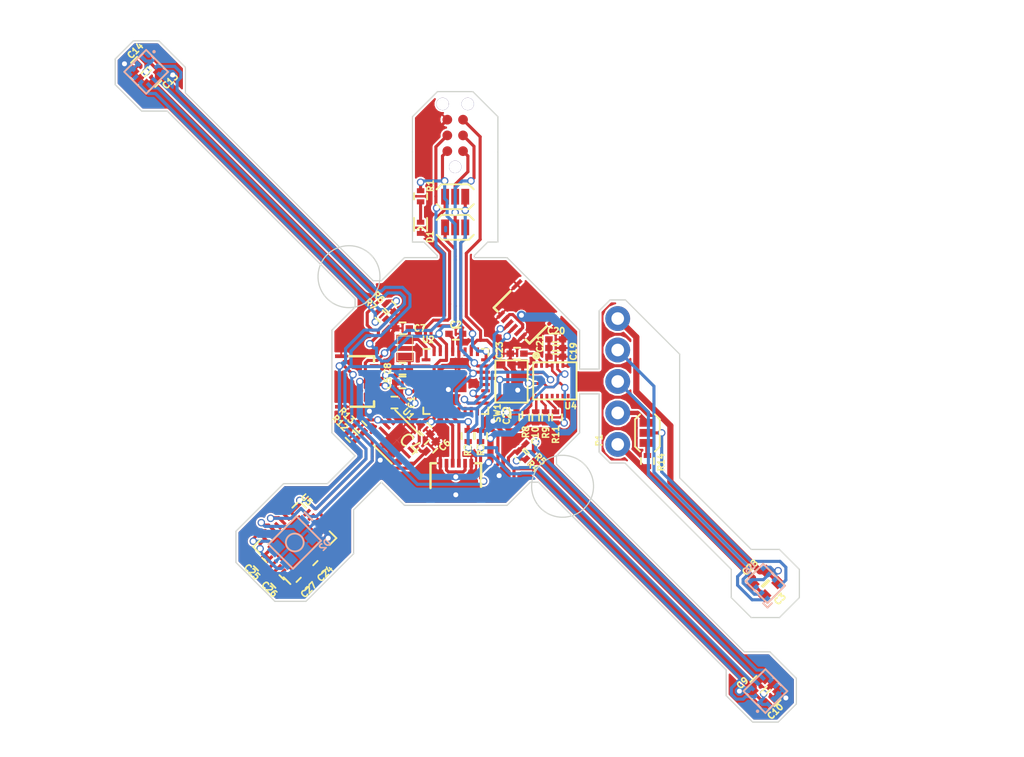
<source format=kicad_pcb>
(kicad_pcb (version 4) (host pcbnew 4.0.4-stable)
  (layers (0 F.Cu signal) (31 B.Cu signal) (34 B.Paste user) (35 F.Paste user) (36 B.SilkS user) (37 F.SilkS user) (38 B.Mask user) (39 F.Mask user) (44 Edge.Cuts user))
  (net 0 "")
  (net 1 VRAW)
  (net 2 GND)
  (net 3 +3V3)
  (net 4 AREF)
  (net 5 "Net-(C7-Pad2)")
  (net 6 "Net-(C8-Pad2)")
  (net 7 "Net-(C11-Pad1)")
  (net 8 SWDIO)
  (net 9 D+)
  (net 10 "Net-(C12-Pad1)")
  (net 11 SWCLK)
  (net 12 D-)
  (net 13 SCL)
  (net 14 SDA)
  (net 15 "Net-(L1-Pad5)")
  (net 16 "Net-(L1-Pad6)")
  (net 17 L1_INT)
  (net 18 "Net-(L2-Pad5)")
  (net 19 "Net-(L2-Pad6)")
  (net 20 L2_INT)
  (net 21 "Net-(U2-Pad3)")
  (net 22 "Net-(U2-Pad13)")
  (net 23 "Net-(U2-Pad14)")
  (net 24 RESET)
  (net 25 "Net-(D1-Pad1)")
  (net 26 VDDCORE)
  (net 27 DI0)
  (net 28 DO0)
  (net 29 "Net-(U2-Pad7)")
  (net 30 "Net-(U2-Pad8)")
  (net 31 DI2)
  (net 32 DO2)
  (net 33 "Net-(U2-Pad15)")
  (net 34 "Net-(U2-Pad16)")
  (net 35 DI1)
  (net 36 DO1)
  (net 37 "Net-(U2-Pad19)")
  (net 38 "Net-(U2-Pad20)")
  (net 39 "Net-(U2-Pad25)")
  (net 40 "Net-(U2-Pad27)")
  (net 41 "Net-(C22-Pad1)")
  (net 42 "Net-(C23-Pad1)")
  (net 43 "Net-(C25-Pad1)")
  (net 44 "Net-(C26-Pad1)")
  (net 45 "Net-(C26-Pad2)")
  (net 46 "Net-(C27-Pad1)")
  (net 47 "Net-(C27-Pad2)")
  (net 48 "Net-(D2-Pad3)")
  (net 49 "Net-(D2-Pad2)")
  (net 50 "Net-(D2-Pad1)")
  (net 51 "Net-(R8-Pad2)")
  (net 52 "Net-(R9-Pad2)")
  (net 53 "Net-(R10-Pad2)")
  (net 54 "Net-(R11-Pad2)")
  (net 55 "Net-(R12-Pad2)")
  (net 56 "Net-(R13-Pad2)")
  (net 57 "Net-(U4-Pad13)")
  (net 58 "Net-(U4-Pad12)")
  (net 59 "Net-(U4-Pad11)")
  (net 60 "Net-(U4-Pad10)")
  (net 61 "Net-(U4-Pad9)")
  (net 62 "Net-(U5-Pad16)")
  (net 63 "Net-(U1-Pad7)")
  (net 64 VDD_EX)
  (net 65 GND_EX)
  (net 66 "Net-(C15-Pad1)")
  (net 67 INT_EX)
  (net 68 "Net-(C15-Pad3)")
  (net 69 SDA_EX)
  (net 70 SCL_EX)
  (net 71 "Net-(U6-Pad2)")
  (module Fab_Footprint:LPS25H (layer B.Cu) (at 185 125 135)
    (fp_text reference L1)
    (fp_text value LPS25H)
    (pad 1 smd rect (at -0.3 -0.92 135) (size 0.3 0.45) (layers B.Cu B.Paste B.Mask) (net 3 +3V3))
    (pad 2 smd rect (at 0.3 -0.92 135) (size 0.3 0.45) (layers B.Cu B.Paste B.Mask) (net 13 SCL))
    (pad 3 smd rect (at 0.92 -0.6 45) (size 0.3 0.45) (layers B.Cu B.Paste B.Mask) (net 2 GND))
    (pad 4 smd rect (at 0.92 0 45) (size 0.3 0.45) (layers B.Cu B.Paste B.Mask) (net 14 SDA))
    (pad 5 smd rect (at 0.92 0.6 45) (size 0.3 0.45) (layers B.Cu B.Paste B.Mask) (net 15 "Net-(L1-Pad5)"))
    (pad 6 smd rect (at 0.3 0.92 135) (size 0.3 0.45) (layers B.Cu B.Paste B.Mask) (net 16 "Net-(L1-Pad6)"))
    (pad 7 smd rect (at -0.3 0.92 135) (size 0.3 0.45) (layers B.Cu B.Paste B.Mask) (net 17 L1_INT))
    (pad 8 smd rect (at -0.92 0.6 45) (size 0.3 0.45) (layers B.Cu B.Paste B.Mask) (net 2 GND))
    (pad 9 smd rect (at -0.92 0 45) (size 0.3 0.45) (layers B.Cu B.Paste B.Mask) (net 2 GND))
    (pad 10 smd rect (at -0.92 -0.6 45) (size 0.3 0.45) (layers B.Cu B.Paste B.Mask) (net 3 +3V3))
  )
  (module Capacitors_SMD:C_0402 (layer F.Cu) (at 155.05 101.7)
    (fp_text reference C1 (at 1.375 -0.025 90) (layer F.SilkS) (effects (font (size 0.5 0.5) (thickness 0.125))))
    (fp_text value 1UF)
    (pad 1 smd rect (at -0.55 0) (size 0.6 0.5) (layers F.Cu F.Paste F.Mask) (net 1 VRAW))
    (pad 2 smd rect (at 0.55 0) (size 0.6 0.5) (layers F.Cu F.Paste F.Mask) (net 2 GND))
  )
  (module Capacitors_SMD:C_0402 (layer F.Cu) (at 160 96.15)
    (fp_text reference C2 (at 0 -0.725) (layer F.SilkS) (effects (font (size 0.5 0.5) (thickness 0.125))))
    (fp_text value 1UF)
    (pad 1 smd rect (at -0.55 0) (size 0.6 0.5) (layers F.Cu F.Paste F.Mask) (net 26 VDDCORE))
    (pad 2 smd rect (at 0.55 0) (size 0.6 0.5) (layers F.Cu F.Paste F.Mask) (net 2 GND))
  )
  (module Capacitors_SMD:C_0402 (layer F.Cu) (at 157.55 103.85 135)
    (fp_text reference C4 (at 0 -1.7 135) (layer F.SilkS))
    (fp_text value 1UF)
    (pad 1 smd rect (at -0.55 0 135) (size 0.6 0.5) (layers F.Cu F.Paste F.Mask) (net 2 GND))
    (pad 2 smd rect (at 0.55 0 135) (size 0.6 0.5) (layers F.Cu F.Paste F.Mask) (net 3 +3V3))
  )
  (module Capacitors_SMD:C_0402 (layer F.Cu) (at 155.7 100.076 180)
    (fp_text reference C5 (at 1.2 -0.049 270) (layer F.SilkS) (effects (font (size 0.5 0.5) (thickness 0.125))))
    (fp_text value 1UF)
    (pad 1 smd rect (at -0.55 0 180) (size 0.6 0.5) (layers F.Cu F.Paste F.Mask) (net 4 AREF))
    (pad 2 smd rect (at 0.55 0 180) (size 0.6 0.5) (layers F.Cu F.Paste F.Mask) (net 2 GND))
  )
  (module Capacitors_SMD:C_0402 (layer F.Cu) (at 158 105.25 45)
    (fp_text reference C6 (at 0.848528 0.707107 45) (layer F.SilkS) (effects (font (size 0.5 0.5) (thickness 0.125))))
    (fp_text value 1UF)
    (pad 1 smd rect (at -0.55 0 45) (size 0.6 0.5) (layers F.Cu F.Paste F.Mask) (net 3 +3V3))
    (pad 2 smd rect (at 0.55 0 45) (size 0.6 0.5) (layers F.Cu F.Paste F.Mask) (net 2 GND))
  )
  (module Capacitors_SMD:C_0402 (layer F.Cu) (at 155.7 95.7072)
    (fp_text reference C7 (at 1.4 -0.0072) (layer F.SilkS) (effects (font (size 0.5 0.5) (thickness 0.125))))
    (fp_text value 22pF)
    (pad 1 smd rect (at -0.55 0) (size 0.6 0.5) (layers F.Cu F.Paste F.Mask) (net 2 GND))
    (pad 2 smd rect (at 0.55 0) (size 0.6 0.5) (layers F.Cu F.Paste F.Mask) (net 5 "Net-(C7-Pad2)"))
  )
  (module Capacitors_SMD:C_0402 (layer F.Cu) (at 155.7 98.9584)
    (fp_text reference C8 (at -1.2 0.0166 90) (layer F.SilkS) (effects (font (size 0.5 0.5) (thickness 0.125))))
    (fp_text value 22pF)
    (pad 1 smd rect (at -0.55 0) (size 0.6 0.5) (layers F.Cu F.Paste F.Mask) (net 2 GND))
    (pad 2 smd rect (at 0.55 0) (size 0.6 0.5) (layers F.Cu F.Paste F.Mask) (net 6 "Net-(C8-Pad2)"))
  )
  (module Fab_Footprint:SJ-2-1-no (layer F.Cu) (at 159.95052 85.082627)
    (fp_text reference C11)
    (fp_text value sj2)
    (pad 1 smd rect (at 0 0) (size 0.635 1.27) (layers F.Cu F.Mask) (net 7 "Net-(C11-Pad1)"))
    (pad 2 smd rect (at -0.8128 0) (size 0.635 1.27) (layers F.Cu F.Mask) (net 8 SWDIO))
    (pad 3 smd rect (at 0.8128 0) (size 0.635 1.27) (layers F.Cu F.Mask) (net 12 D-))
  )
  (module Fab_Footprint:SJ-2-1-no (layer F.Cu) (at 159.95052 87.557501)
    (fp_text reference C12)
    (fp_text value sj1)
    (pad 1 smd rect (at 0 0) (size 0.635 1.27) (layers F.Cu F.Mask) (net 10 "Net-(C12-Pad1)"))
    (pad 2 smd rect (at -0.8128 0) (size 0.635 1.27) (layers F.Cu F.Mask) (net 11 SWCLK))
    (pad 3 smd rect (at 0.8128 0) (size 0.635 1.27) (layers F.Cu F.Mask) (net 9 D+))
  )
  (module Fab_Footprint:LPS25H (layer B.Cu) (at 135 75 315)
    (fp_text reference L2)
    (fp_text value LPS25H)
    (pad 1 smd rect (at -0.3 -0.92 315) (size 0.3 0.45) (layers B.Cu B.Paste B.Mask) (net 3 +3V3))
    (pad 2 smd rect (at 0.3 -0.92 315) (size 0.3 0.45) (layers B.Cu B.Paste B.Mask) (net 13 SCL))
    (pad 3 smd rect (at 0.92 -0.6 225) (size 0.3 0.45) (layers B.Cu B.Paste B.Mask) (net 2 GND))
    (pad 4 smd rect (at 0.92 0 225) (size 0.3 0.45) (layers B.Cu B.Paste B.Mask) (net 14 SDA))
    (pad 5 smd rect (at 0.92 0.6 225) (size 0.3 0.45) (layers B.Cu B.Paste B.Mask) (net 18 "Net-(L2-Pad5)"))
    (pad 6 smd rect (at 0.3 0.92 315) (size 0.3 0.45) (layers B.Cu B.Paste B.Mask) (net 19 "Net-(L2-Pad6)"))
    (pad 7 smd rect (at -0.3 0.92 315) (size 0.3 0.45) (layers B.Cu B.Paste B.Mask) (net 20 L2_INT))
    (pad 8 smd rect (at -0.92 0.6 225) (size 0.3 0.45) (layers B.Cu B.Paste B.Mask) (net 2 GND))
    (pad 9 smd rect (at -0.92 0 225) (size 0.3 0.45) (layers B.Cu B.Paste B.Mask) (net 2 GND))
    (pad 10 smd rect (at -0.92 -0.6 225) (size 0.3 0.45) (layers B.Cu B.Paste B.Mask) (net 3 +3V3))
  )
  (module Resistors_SMD:R_0402 (layer F.Cu) (at 161 104.4 270)
    (fp_text reference R2 (at 1.15 0.025 270) (layer F.SilkS) (effects (font (size 0.5 0.5) (thickness 0.125))))
    (fp_text value 10k)
    (pad 1 smd rect (at -0.45 0 270) (size 0.4 0.6) (layers F.Cu F.Paste F.Mask) (net 3 +3V3))
    (pad 2 smd rect (at 0.45 0 270) (size 0.4 0.6) (layers F.Cu F.Paste F.Mask) (net 13 SCL))
  )
  (module Resistors_SMD:R_0402 (layer F.Cu) (at 162 104.4 270)
    (fp_text reference R3 (at 1.125 -0.025 270) (layer F.SilkS) (effects (font (size 0.5 0.5) (thickness 0.125))))
    (fp_text value 10k)
    (pad 1 smd rect (at -0.45 0 270) (size 0.4 0.6) (layers F.Cu F.Paste F.Mask) (net 3 +3V3))
    (pad 2 smd rect (at 0.45 0 270) (size 0.4 0.6) (layers F.Cu F.Paste F.Mask) (net 14 SDA))
  )
  (module Resistors_SMD:R_0402 (layer F.Cu) (at 165.35 105.95 315)
    (fp_text reference R4 (at 1.255115 0.017678 315) (layer F.SilkS) (effects (font (size 0.5 0.5) (thickness 0.125))))
    (fp_text value 10k)
    (pad 1 smd rect (at -0.45 0 315) (size 0.4 0.6) (layers F.Cu F.Paste F.Mask) (net 3 +3V3))
    (pad 2 smd rect (at 0.45 0 315) (size 0.4 0.6) (layers F.Cu F.Paste F.Mask) (net 15 "Net-(L1-Pad5)"))
  )
  (module Resistors_SMD:R_0402 (layer F.Cu) (at 165.95 105.35 315)
    (fp_text reference R5 (at 1.272792 0.035355 315) (layer F.SilkS) (effects (font (size 0.5 0.5) (thickness 0.125))))
    (fp_text value 10k)
    (pad 1 smd rect (at -0.45 0 315) (size 0.4 0.6) (layers F.Cu F.Paste F.Mask) (net 3 +3V3))
    (pad 2 smd rect (at 0.45 0 315) (size 0.4 0.6) (layers F.Cu F.Paste F.Mask) (net 16 "Net-(L1-Pad6)"))
  )
  (module Resistors_SMD:R_0402 (layer F.Cu) (at 154.65 94.05 315)
    (fp_text reference R6 (at -1.219759 0.017678 315) (layer F.SilkS) (effects (font (size 0.5 0.5) (thickness 0.125))))
    (fp_text value 10k)
    (pad 1 smd rect (at -0.45 0 315) (size 0.4 0.6) (layers F.Cu F.Paste F.Mask) (net 18 "Net-(L2-Pad5)"))
    (pad 2 smd rect (at 0.45 0 315) (size 0.4 0.6) (layers F.Cu F.Paste F.Mask) (net 2 GND))
  )
  (module Resistors_SMD:R_0402 (layer F.Cu) (at 154.05 94.65 135)
    (fp_text reference R7 (at 1.272792 -0.035355 135) (layer F.SilkS) (effects (font (size 0.5 0.5) (thickness 0.125))))
    (fp_text value 10k)
    (pad 1 smd rect (at -0.45 0 135) (size 0.4 0.6) (layers F.Cu F.Paste F.Mask) (net 3 +3V3))
    (pad 2 smd rect (at 0.45 0 135) (size 0.4 0.6) (layers F.Cu F.Paste F.Mask) (net 19 "Net-(L2-Pad6)"))
  )
  (module Fab_Footprint:QFN-32-1EP_5x5mm_Pitch0.5mm (layer F.Cu) (at 160 100)
    (fp_text reference U2 (at -2.225 -3.375) (layer F.SilkS) (effects (font (size 0.5 0.5) (thickness 0.125))))
    (fp_text value ATSAMD21E18A)
    (pad 1 smd rect (at -2.4 -1.75) (size 0.7 0.25) (layers F.Cu F.Paste F.Mask) (net 5 "Net-(C7-Pad2)"))
    (pad 2 smd rect (at -2.4 -1.25) (size 0.7 0.25) (layers F.Cu F.Paste F.Mask) (net 6 "Net-(C8-Pad2)"))
    (pad 3 smd rect (at -2.4 -0.75) (size 0.7 0.25) (layers F.Cu F.Paste F.Mask) (net 21 "Net-(U2-Pad3)"))
    (pad 4 smd rect (at -2.4 -0.25) (size 0.7 0.25) (layers F.Cu F.Paste F.Mask) (net 4 AREF))
    (pad 5 smd rect (at -2.4 0.25) (size 0.7 0.25) (layers F.Cu F.Paste F.Mask) (net 27 DI0))
    (pad 6 smd rect (at -2.4 0.75) (size 0.7 0.25) (layers F.Cu F.Paste F.Mask) (net 28 DO0))
    (pad 7 smd rect (at -2.4 1.25) (size 0.7 0.25) (layers F.Cu F.Paste F.Mask) (net 29 "Net-(U2-Pad7)"))
    (pad 8 smd rect (at -2.4 1.75) (size 0.7 0.25) (layers F.Cu F.Paste F.Mask) (net 30 "Net-(U2-Pad8)"))
    (pad 9 smd rect (at -1.75 2.4 90) (size 0.7 0.25) (layers F.Cu F.Paste F.Mask) (net 3 +3V3))
    (pad 10 smd rect (at -1.25 2.4 90) (size 0.7 0.25) (layers F.Cu F.Paste F.Mask) (net 2 GND))
    (pad 11 smd rect (at -0.75 2.4 90) (size 0.7 0.25) (layers F.Cu F.Paste F.Mask) (net 31 DI2))
    (pad 12 smd rect (at -0.25 2.4 90) (size 0.7 0.25) (layers F.Cu F.Paste F.Mask) (net 32 DO2))
    (pad 13 smd rect (at 0.25 2.4 90) (size 0.7 0.25) (layers F.Cu F.Paste F.Mask) (net 22 "Net-(U2-Pad13)"))
    (pad 14 smd rect (at 0.75 2.4 90) (size 0.7 0.25) (layers F.Cu F.Paste F.Mask) (net 23 "Net-(U2-Pad14)"))
    (pad 15 smd rect (at 1.25 2.4 90) (size 0.7 0.25) (layers F.Cu F.Paste F.Mask) (net 33 "Net-(U2-Pad15)"))
    (pad 16 smd rect (at 1.75 2.4 90) (size 0.7 0.25) (layers F.Cu F.Paste F.Mask) (net 34 "Net-(U2-Pad16)"))
    (pad 17 smd rect (at 2.4 1.75) (size 0.7 0.25) (layers F.Cu F.Paste F.Mask) (net 35 DI1))
    (pad 18 smd rect (at 2.4 1.25) (size 0.7 0.25) (layers F.Cu F.Paste F.Mask) (net 36 DO1))
    (pad 19 smd rect (at 2.4 0.75) (size 0.7 0.25) (layers F.Cu F.Paste F.Mask) (net 37 "Net-(U2-Pad19)"))
    (pad 20 smd rect (at 2.4 0.25) (size 0.7 0.25) (layers F.Cu F.Paste F.Mask) (net 38 "Net-(U2-Pad20)"))
    (pad 21 smd rect (at 2.4 -0.25) (size 0.7 0.25) (layers F.Cu F.Paste F.Mask) (net 14 SDA))
    (pad 22 smd rect (at 2.4 -0.75) (size 0.7 0.25) (layers F.Cu F.Paste F.Mask) (net 13 SCL))
    (pad 23 smd rect (at 2.4 -1.25) (size 0.7 0.25) (layers F.Cu F.Paste F.Mask) (net 12 D-))
    (pad 24 smd rect (at 2.4 -1.75) (size 0.7 0.25) (layers F.Cu F.Paste F.Mask) (net 9 D+))
    (pad 25 smd rect (at 1.75 -2.4 90) (size 0.7 0.25) (layers F.Cu F.Paste F.Mask) (net 39 "Net-(U2-Pad25)"))
    (pad 26 smd rect (at 1.25 -2.4 90) (size 0.7 0.25) (layers F.Cu F.Paste F.Mask) (net 24 RESET))
    (pad 27 smd rect (at 0.75 -2.4 90) (size 0.7 0.25) (layers F.Cu F.Paste F.Mask) (net 40 "Net-(U2-Pad27)"))
    (pad 28 smd rect (at 0.25 -2.4 90) (size 0.7 0.25) (layers F.Cu F.Paste F.Mask) (net 2 GND))
    (pad 29 smd rect (at -0.25 -2.4 90) (size 0.7 0.25) (layers F.Cu F.Paste F.Mask) (net 26 VDDCORE))
    (pad 30 smd rect (at -0.75 -2.4 90) (size 0.7 0.25) (layers F.Cu F.Paste F.Mask) (net 3 +3V3))
    (pad 31 smd rect (at -1.25 -2.4 90) (size 0.7 0.25) (layers F.Cu F.Paste F.Mask) (net 11 SWCLK))
    (pad 32 smd rect (at -1.75 -2.4 90) (size 0.7 0.25) (layers F.Cu F.Paste F.Mask) (net 8 SWDIO))
    (pad 33 smd rect (at 0 0) (size 1.725 1.725) (layers F.Cu F.Paste F.Mask) (net 2 GND))
  )
  (module Fab_Footprint:TagConnectx06 (layer F.Cu) (at 159.95052 80.13288 90)
    (fp_text reference U3)
    (fp_text value AVRISP)
    (pad 1 smd circle (at -1.27 0.635 90) (size 0.787 0.787) (layers F.Cu F.Mask) (net 7 "Net-(C11-Pad1)"))
    (pad 2 smd circle (at -1.27 -0.635 90) (size 0.787 0.787) (layers F.Cu F.Mask) (net 3 +3V3))
    (pad 3 smd circle (at 0 0.635 90) (size 0.787 0.787) (layers F.Cu F.Mask) (net 10 "Net-(C12-Pad1)"))
    (pad 4 smd circle (at 0 -0.635 90) (size 0.787 0.787) (layers F.Cu F.Mask) (net 1 VRAW))
    (pad 5 smd circle (at 1.27 0.635 90) (size 0.787 0.787) (layers F.Cu F.Mask) (net 24 RESET))
    (pad 6 smd circle (at 1.27 -0.635 90) (size 0.787 0.787) (layers F.Cu F.Mask) (net 2 GND))
    (pad "" np_thru_hole circle (at -2.54 0 90) (size 1 1) (drill 0.991) (layers *.Cu *.Mask))
    (pad "" np_thru_hole circle (at 2.54 -1.016 90) (size 1 1) (drill 0.991) (layers *.Cu *.Mask))
    (pad "" np_thru_hole circle (at 2.54 1.016 90) (size 1 1) (drill 0.991) (layers *.Cu *.Mask))
  )
  (module Fab_Footprint:ABS06 (layer F.Cu) (at 155.9 97.3328 270)
    (fp_text reference X1)
    (fp_text value ABS06)
    (pad 1 smd rect (at -0.725 0 270) (size 0.75 1.4) (layers F.Cu F.Mask) (net 5 "Net-(C7-Pad2)"))
    (pad 2 smd rect (at 0.725 0 270) (size 0.75 1.4) (layers F.Cu F.Mask) (net 6 "Net-(C8-Pad2)"))
  )
  (module Fab_Footprint:SPST-NO-TL3700 (layer F.Cu) (at 164.5 100 90)
    (fp_text reference SW1 (at -2.55 -1.15 90) (layer F.SilkS) (effects (font (size 0.5 0.5) (thickness 0.125))))
    (fp_text value SW_PUSH)
    (pad 1 smd rect (at -1.425 0.9 90) (size 0.75 0.8) (layers F.Cu F.Paste F.Mask) (net 2 GND))
    (pad 2 smd rect (at 1.425 0.9 90) (size 0.75 0.8) (layers F.Cu F.Paste F.Mask) (net 2 GND))
    (pad 3 smd rect (at -1.425 -0.9 90) (size 0.75 0.8) (layers F.Cu F.Paste F.Mask) (net 24 RESET))
    (pad 4 smd rect (at 1.425 -0.9 90) (size 0.75 0.8) (layers F.Cu F.Paste F.Mask) (net 24 RESET))
  )
  (module Resistors_SMD:R_0402 (layer F.Cu) (at 157.157449 85.047272 270)
    (fp_text reference R1 (at -0.847272 -0.792551 270) (layer F.SilkS) (effects (font (size 0.5 0.5) (thickness 0.125))))
    (fp_text value 330)
    (pad 1 smd rect (at -0.45 0 270) (size 0.4 0.6) (layers F.Cu F.Paste F.Mask) (net 3 +3V3))
    (pad 2 smd rect (at 0.45 0 270) (size 0.4 0.6) (layers F.Cu F.Paste F.Mask) (net 25 "Net-(D1-Pad1)"))
  )
  (module Fab_Footprint:WM1387x06-REC (layer F.Cu) (at 160 108)
    (fp_text reference C16)
    (fp_text value WM1386x06)
    (pad 2 smd rect (at -0.75 -1.4) (size 0.3 0.7) (layers F.Cu F.Mask) (net 1 VRAW))
    (pad 1 smd rect (at -1.25 -1.4) (size 0.3 0.7) (layers F.Cu F.Mask) (net 2 GND))
    (pad 3 smd rect (at -0.25 -1.4) (size 0.3 0.7) (layers F.Cu F.Mask) (net 31 DI2))
    (pad 4 smd rect (at 0.25 -1.4) (size 0.3 0.7) (layers F.Cu F.Mask) (net 32 DO2))
    (pad 7 smd rect (at 2.04 1.25) (size 0.3 1) (layers F.Cu F.Mask) (net 2 GND))
    (pad 7 smd rect (at -2.04 1.25) (size 0.3 1) (layers F.Cu F.Mask) (net 2 GND))
    (pad 5 smd rect (at 0.75 -1.4) (size 0.3 0.7) (layers F.Cu F.Mask) (net 1 VRAW))
    (pad 6 smd rect (at 1.25 -1.4) (size 0.3 0.7) (layers F.Cu F.Mask) (net 2 GND))
  )
  (module Fab_Footprint:WM1387x06-REC (layer F.Cu) (at 165.5 94.5 135)
    (fp_text reference C17)
    (fp_text value WM1386x06)
    (pad 2 smd rect (at -0.75 -1.4 135) (size 0.3 0.7) (layers F.Cu F.Mask) (net 1 VRAW))
    (pad 1 smd rect (at -1.25 -1.4 135) (size 0.3 0.7) (layers F.Cu F.Mask) (net 2 GND))
    (pad 3 smd rect (at -0.25 -1.4 135) (size 0.3 0.7) (layers F.Cu F.Mask) (net 35 DI1))
    (pad 4 smd rect (at 0.25 -1.4 135) (size 0.3 0.7) (layers F.Cu F.Mask) (net 36 DO1))
    (pad 7 smd rect (at 2.04 1.25 135) (size 0.3 1) (layers F.Cu F.Mask) (net 2 GND))
    (pad 7 smd rect (at -2.04 1.25 135) (size 0.3 1) (layers F.Cu F.Mask) (net 2 GND))
    (pad 5 smd rect (at 0.75 -1.4 135) (size 0.3 0.7) (layers F.Cu F.Mask) (net 1 VRAW))
    (pad 6 smd rect (at 1.25 -1.4 135) (size 0.3 0.7) (layers F.Cu F.Mask) (net 2 GND))
  )
  (module Fab_Footprint:WM1387x06-REC (layer F.Cu) (at 152 100 270)
    (fp_text reference C18)
    (fp_text value WM1386x06)
    (pad 2 smd rect (at -0.75 -1.4 270) (size 0.3 0.7) (layers F.Cu F.Mask) (net 1 VRAW))
    (pad 1 smd rect (at -1.25 -1.4 270) (size 0.3 0.7) (layers F.Cu F.Mask) (net 2 GND))
    (pad 3 smd rect (at -0.25 -1.4 270) (size 0.3 0.7) (layers F.Cu F.Mask) (net 27 DI0))
    (pad 4 smd rect (at 0.25 -1.4 270) (size 0.3 0.7) (layers F.Cu F.Mask) (net 28 DO0))
    (pad 7 smd rect (at 2.04 1.25 270) (size 0.3 1) (layers F.Cu F.Mask) (net 2 GND))
    (pad 7 smd rect (at -2.04 1.25 270) (size 0.3 1) (layers F.Cu F.Mask) (net 2 GND))
    (pad 5 smd rect (at 0.75 -1.4 270) (size 0.3 0.7) (layers F.Cu F.Mask) (net 1 VRAW))
    (pad 6 smd rect (at 1.25 -1.4 270) (size 0.3 0.7) (layers F.Cu F.Mask) (net 2 GND))
  )
  (module Capacitors_SMD:C_0402 (layer F.Cu) (at 168.07 98)
    (fp_text reference C19 (at 1.43 -0.425 90) (layer F.SilkS) (effects (font (size 0.5 0.5) (thickness 0.125))))
    (fp_text value 10uF)
    (pad 1 smd rect (at -0.55 0) (size 0.6 0.5) (layers F.Cu F.Paste F.Mask) (net 3 +3V3))
    (pad 2 smd rect (at 0.55 0) (size 0.6 0.5) (layers F.Cu F.Paste F.Mask) (net 2 GND))
  )
  (module Capacitors_SMD:C_0402 (layer F.Cu) (at 168.07 96.6)
    (fp_text reference C20 (at 0.03 -0.675) (layer F.SilkS) (effects (font (size 0.5 0.5) (thickness 0.125))))
    (fp_text value 100nF)
    (pad 1 smd rect (at -0.55 0) (size 0.6 0.5) (layers F.Cu F.Paste F.Mask) (net 3 +3V3))
    (pad 2 smd rect (at 0.55 0) (size 0.6 0.5) (layers F.Cu F.Paste F.Mask) (net 2 GND))
  )
  (module Capacitors_SMD:C_0402 (layer F.Cu) (at 168.07 97.3)
    (fp_text reference C21 (at -1.27 -0.375 90) (layer F.SilkS) (effects (font (size 0.5 0.5) (thickness 0.125))))
    (fp_text value 100nF)
    (pad 1 smd rect (at -0.55 0) (size 0.6 0.5) (layers F.Cu F.Paste F.Mask) (net 3 +3V3))
    (pad 2 smd rect (at 0.55 0) (size 0.6 0.5) (layers F.Cu F.Paste F.Mask) (net 2 GND))
  )
  (module Capacitors_SMD:C_0402 (layer F.Cu) (at 164.9 102.7 90)
    (fp_text reference C22 (at -0.05 -0.8 90) (layer F.SilkS) (effects (font (size 0.5 0.5) (thickness 0.125))))
    (fp_text value 10nF)
    (pad 1 smd rect (at -0.55 0 90) (size 0.6 0.5) (layers F.Cu F.Paste F.Mask) (net 41 "Net-(C22-Pad1)"))
    (pad 2 smd rect (at 0.55 0 90) (size 0.6 0.5) (layers F.Cu F.Paste F.Mask) (net 2 GND))
  )
  (module Capacitors_SMD:C_0402 (layer F.Cu) (at 164.95 97.75 180)
    (fp_text reference C23 (at 1.425 0.25 270) (layer F.SilkS) (effects (font (size 0.5 0.5) (thickness 0.125))))
    (fp_text value 100nF)
    (pad 1 smd rect (at -0.55 0 180) (size 0.6 0.5) (layers F.Cu F.Paste F.Mask) (net 42 "Net-(C23-Pad1)"))
    (pad 2 smd rect (at 0.55 0 180) (size 0.6 0.5) (layers F.Cu F.Paste F.Mask) (net 2 GND))
  )
  (module Capacitors_SMD:C_0402 (layer F.Cu) (at 149 115 45)
    (fp_text reference C24 (at -0.053033 0.689429 45) (layer F.SilkS) (effects (font (size 0.5 0.5) (thickness 0.125))))
    (fp_text value 1uF)
    (pad 1 smd rect (at -0.55 0 45) (size 0.6 0.5) (layers F.Cu F.Paste F.Mask) (net 3 +3V3))
    (pad 2 smd rect (at 0.55 0 45) (size 0.6 0.5) (layers F.Cu F.Paste F.Mask) (net 2 GND))
  )
  (module Capacitors_SMD:C_0402 (layer F.Cu) (at 144.2 114.75 135)
    (fp_text reference C25 (at 0.017678 -0.901561 135) (layer F.SilkS) (effects (font (size 0.5 0.5) (thickness 0.125))))
    (fp_text value 1uF)
    (pad 1 smd rect (at -0.55 0 135) (size 0.6 0.5) (layers F.Cu F.Paste F.Mask) (net 43 "Net-(C25-Pad1)"))
    (pad 2 smd rect (at 0.55 0 135) (size 0.6 0.5) (layers F.Cu F.Paste F.Mask) (net 2 GND))
  )
  (module Capacitors_SMD:C_0402 (layer F.Cu) (at 145.6 116.15 135)
    (fp_text reference C26 (at 0.017678 -0.901561 135) (layer F.SilkS) (effects (font (size 0.5 0.5) (thickness 0.125))))
    (fp_text value 0.47uF)
    (pad 1 smd rect (at -0.55 0 135) (size 0.6 0.5) (layers F.Cu F.Paste F.Mask) (net 44 "Net-(C26-Pad1)"))
    (pad 2 smd rect (at 0.55 0 135) (size 0.6 0.5) (layers F.Cu F.Paste F.Mask) (net 45 "Net-(C26-Pad2)"))
  )
  (module Capacitors_SMD:C_0402 (layer F.Cu) (at 147.65 116.35 225)
    (fp_text reference C27 (at 0 -0.671751 225) (layer F.SilkS) (effects (font (size 0.5 0.5) (thickness 0.125))))
    (fp_text value 0.47uF)
    (pad 1 smd rect (at -0.55 0 225) (size 0.6 0.5) (layers F.Cu F.Paste F.Mask) (net 46 "Net-(C27-Pad1)"))
    (pad 2 smd rect (at 0.55 0 225) (size 0.6 0.5) (layers F.Cu F.Paste F.Mask) (net 47 "Net-(C27-Pad2)"))
  )
  (module Fab_Footprint:4-PLCC (layer B.Cu) (at 147 113 225)
    (fp_text reference D2 (at -1.573313 -1.856155 225) (layer B.SilkS) (effects (font (size 0.5 0.5) (thickness 0.125)) (justify mirror)))
    (fp_text value LED_RGB_CC)
    (pad 4 smd rect (at -1.4 -0.725 225) (size 1.2 0.9) (layers B.Cu B.Mask) (net 2 GND))
    (pad 3 smd rect (at 1.4 -0.725 225) (size 1.2 0.9) (layers B.Cu B.Mask) (net 48 "Net-(D2-Pad3)"))
    (pad 2 smd rect (at 1.4 0.725 225) (size 1.2 0.9) (layers B.Cu B.Mask) (net 49 "Net-(D2-Pad2)"))
    (pad 1 smd rect (at -1.4 0.725 225) (size 1.2 0.9) (layers B.Cu B.Mask) (net 50 "Net-(D2-Pad1)"))
  )
  (module Resistors_SMD:R_0402 (layer F.Cu) (at 165.65 102.9 90)
    (fp_text reference R8 (at -1.175 0 90) (layer F.SilkS) (effects (font (size 0.5 0.5) (thickness 0.125))))
    (fp_text value 10k)
    (pad 1 smd rect (at -0.45 0 90) (size 0.4 0.6) (layers F.Cu F.Paste F.Mask) (net 3 +3V3))
    (pad 2 smd rect (at 0.45 0 90) (size 0.4 0.6) (layers F.Cu F.Paste F.Mask) (net 51 "Net-(R8-Pad2)"))
  )
  (module Resistors_SMD:R_0402 (layer F.Cu) (at 167.25 102.9 90)
    (fp_text reference R9 (at -1.225 0.025 90) (layer F.SilkS) (effects (font (size 0.5 0.5) (thickness 0.125))))
    (fp_text value 10k)
    (pad 1 smd rect (at -0.45 0 90) (size 0.4 0.6) (layers F.Cu F.Paste F.Mask) (net 3 +3V3))
    (pad 2 smd rect (at 0.45 0 90) (size 0.4 0.6) (layers F.Cu F.Paste F.Mask) (net 52 "Net-(R9-Pad2)"))
  )
  (module Resistors_SMD:R_0402 (layer F.Cu) (at 166.45 102.9 90)
    (fp_text reference R10 (at -1.45 -0.025 90) (layer F.SilkS) (effects (font (size 0.5 0.5) (thickness 0.125))))
    (fp_text value 10k)
    (pad 1 smd rect (at -0.45 0 90) (size 0.4 0.6) (layers F.Cu F.Paste F.Mask) (net 3 +3V3))
    (pad 2 smd rect (at 0.45 0 90) (size 0.4 0.6) (layers F.Cu F.Paste F.Mask) (net 53 "Net-(R10-Pad2)"))
  )
  (module Resistors_SMD:R_0402 (layer F.Cu) (at 168.05 102.9 90)
    (fp_text reference R11 (at -1.4 0.025 90) (layer F.SilkS) (effects (font (size 0.5 0.5) (thickness 0.125))))
    (fp_text value 10k)
    (pad 1 smd rect (at -0.45 0 90) (size 0.4 0.6) (layers F.Cu F.Paste F.Mask) (net 3 +3V3))
    (pad 2 smd rect (at 0.45 0 90) (size 0.4 0.6) (layers F.Cu F.Paste F.Mask) (net 54 "Net-(R11-Pad2)"))
  )
  (module Resistors_SMD:R_0402 (layer F.Cu) (at 151.65 104.35 315)
    (fp_text reference R12 (at -1.414214 0 495) (layer F.SilkS) (effects (font (size 0.5 0.5) (thickness 0.125))))
    (fp_text value 10k)
    (pad 1 smd rect (at -0.45 0 315) (size 0.4 0.6) (layers F.Cu F.Paste F.Mask) (net 3 +3V3))
    (pad 2 smd rect (at 0.45 0 315) (size 0.4 0.6) (layers F.Cu F.Paste F.Mask) (net 55 "Net-(R12-Pad2)"))
  )
  (module Resistors_SMD:R_0402 (layer F.Cu) (at 152.25 103.75 315)
    (fp_text reference R13 (at -1.449569 0.035355 315) (layer F.SilkS) (effects (font (size 0.5 0.5) (thickness 0.125))))
    (fp_text value 10k)
    (pad 1 smd rect (at -0.45 0 315) (size 0.4 0.6) (layers F.Cu F.Paste F.Mask) (net 3 +3V3))
    (pad 2 smd rect (at 0.45 0 315) (size 0.4 0.6) (layers F.Cu F.Paste F.Mask) (net 56 "Net-(R13-Pad2)"))
  )
  (module Fab_Footprint:LSM9DS1 (layer F.Cu) (at 168 99.95)
    (fp_text reference U4 (at 1.275 2.025) (layer F.SilkS) (effects (font (size 0.5 0.5) (thickness 0.125))))
    (fp_text value LSM9DS1)
    (pad 17 smd rect (at 1.475 -0.645) (size 0.35 0.23) (layers F.Cu F.Mask) (net 2 GND))
    (pad 16 smd rect (at 1.475 -0.215) (size 0.35 0.23) (layers F.Cu F.Mask) (net 2 GND))
    (pad 15 smd rect (at 1.475 0.215) (size 0.35 0.23) (layers F.Cu F.Mask) (net 2 GND))
    (pad 14 smd rect (at 1.475 0.645) (size 0.35 0.23) (layers F.Cu F.Mask) (net 2 GND))
    (pad 5 smd rect (at -1.475 0.645) (size 0.35 0.23) (layers F.Cu F.Mask) (net 51 "Net-(R8-Pad2)"))
    (pad 4 smd rect (at -1.475 0.215) (size 0.35 0.23) (layers F.Cu F.Mask) (net 14 SDA))
    (pad 3 smd rect (at -1.475 -0.215) (size 0.35 0.23) (layers F.Cu F.Mask) (net 3 +3V3))
    (pad 13 smd rect (at 1.505 1.225) (size 0.23 0.35) (layers F.Cu F.Mask) (net 57 "Net-(U4-Pad13)"))
    (pad 12 smd rect (at 1.075 1.225) (size 0.23 0.35) (layers F.Cu F.Mask) (net 58 "Net-(U4-Pad12)"))
    (pad 11 smd rect (at 0.645 1.225) (size 0.23 0.35) (layers F.Cu F.Mask) (net 59 "Net-(U4-Pad11)"))
    (pad 10 smd rect (at 0.215 1.225) (size 0.23 0.35) (layers F.Cu F.Mask) (net 60 "Net-(U4-Pad10)"))
    (pad 9 smd rect (at -0.215 1.225) (size 0.23 0.35) (layers F.Cu F.Mask) (net 61 "Net-(U4-Pad9)"))
    (pad 8 smd rect (at -0.645 1.225) (size 0.23 0.35) (layers F.Cu F.Mask) (net 54 "Net-(R11-Pad2)"))
    (pad 7 smd rect (at -1.075 1.225) (size 0.23 0.35) (layers F.Cu F.Mask) (net 52 "Net-(R9-Pad2)"))
    (pad 6 smd rect (at -1.505 1.225) (size 0.23 0.35) (layers F.Cu F.Mask) (net 53 "Net-(R10-Pad2)"))
    (pad 1 smd rect (at -1.505 -1.225) (size 0.23 0.35) (layers F.Cu F.Mask) (net 3 +3V3))
    (pad 24 smd rect (at -1.075 -1.225) (size 0.23 0.35) (layers F.Cu F.Mask) (net 42 "Net-(C23-Pad1)"))
    (pad 23 smd rect (at -0.645 -1.225) (size 0.23 0.35) (layers F.Cu F.Mask) (net 3 +3V3))
    (pad 22 smd rect (at -0.215 -1.225) (size 0.23 0.35) (layers F.Cu F.Mask) (net 3 +3V3))
    (pad 21 smd rect (at 0.215 -1.225) (size 0.23 0.35) (layers F.Cu F.Mask) (net 41 "Net-(C22-Pad1)"))
    (pad 20 smd rect (at 0.645 -1.225) (size 0.23 0.35) (layers F.Cu F.Mask) (net 2 GND))
    (pad 19 smd rect (at 1.075 -1.225) (size 0.23 0.35) (layers F.Cu F.Mask) (net 2 GND))
    (pad 18 smd rect (at 1.505 -1.225) (size 0.23 0.35) (layers F.Cu F.Mask) (net 2 GND))
    (pad 2 smd rect (at -1.475 -0.645) (size 0.35 0.23) (layers F.Cu F.Mask) (net 13 SCL))
  )
  (module Housings_DFN_QFN:QFN-24-1EP_4x5mm_Pitch0.5mm (layer F.Cu) (at 147 113 135)
    (fp_text reference U5 (at 1.767767 3.11127 135) (layer F.SilkS) (effects (font (size 0.5 0.5) (thickness 0.125))))
    (fp_text value LP5521YQ)
    (pad 1 smd rect (at -1.9 -1.5 135) (size 0.7 0.25) (layers F.Cu F.Paste F.Mask) (net 44 "Net-(C26-Pad1)"))
    (pad 2 smd rect (at -1.9 -1 135) (size 0.7 0.25) (layers F.Cu F.Paste F.Mask) (net 46 "Net-(C27-Pad1)"))
    (pad 3 smd rect (at -1.9 -0.5 135) (size 0.7 0.25) (layers F.Cu F.Paste F.Mask) (net 3 +3V3))
    (pad 4 smd rect (at -1.9 0 135) (size 0.7 0.25) (layers F.Cu F.Paste F.Mask) (net 2 GND))
    (pad 5 smd rect (at -1.9 0.5 135) (size 0.7 0.25) (layers F.Cu F.Paste F.Mask) (net 2 GND))
    (pad 6 smd rect (at -1.9 1 135) (size 0.7 0.25) (layers F.Cu F.Paste F.Mask) (net 56 "Net-(R13-Pad2)"))
    (pad 7 smd rect (at -1.9 1.5 135) (size 0.7 0.25) (layers F.Cu F.Paste F.Mask) (net 2 GND))
    (pad 8 smd rect (at -1 2.4 225) (size 0.7 0.25) (layers F.Cu F.Paste F.Mask))
    (pad 9 smd rect (at -0.5 2.4 225) (size 0.7 0.25) (layers F.Cu F.Paste F.Mask))
    (pad 10 smd rect (at 0 2.4 225) (size 0.7 0.25) (layers F.Cu F.Paste F.Mask))
    (pad 11 smd rect (at 0.5 2.4 225) (size 0.7 0.25) (layers F.Cu F.Paste F.Mask))
    (pad 12 smd rect (at 1 2.4 225) (size 0.7 0.25) (layers F.Cu F.Paste F.Mask))
    (pad 13 smd rect (at 1.9 1.5 135) (size 0.7 0.25) (layers F.Cu F.Paste F.Mask) (net 14 SDA))
    (pad 14 smd rect (at 1.9 1 135) (size 0.7 0.25) (layers F.Cu F.Paste F.Mask) (net 55 "Net-(R12-Pad2)"))
    (pad 15 smd rect (at 1.9 0.5 135) (size 0.7 0.25) (layers F.Cu F.Paste F.Mask) (net 13 SCL))
    (pad 16 smd rect (at 1.9 0 135) (size 0.7 0.25) (layers F.Cu F.Paste F.Mask) (net 62 "Net-(U5-Pad16)"))
    (pad 17 smd rect (at 1.9 -0.5 135) (size 0.7 0.25) (layers F.Cu F.Paste F.Mask) (net 50 "Net-(D2-Pad1)"))
    (pad 18 smd rect (at 1.9 -1 135) (size 0.7 0.25) (layers F.Cu F.Paste F.Mask) (net 49 "Net-(D2-Pad2)"))
    (pad 19 smd rect (at 1.9 -1.5 135) (size 0.7 0.25) (layers F.Cu F.Paste F.Mask) (net 48 "Net-(D2-Pad3)"))
    (pad 20 smd rect (at 1 -2.4 225) (size 0.7 0.25) (layers F.Cu F.Paste F.Mask) (net 2 GND))
    (pad 21 smd rect (at 0.5 -2.4 225) (size 0.7 0.25) (layers F.Cu F.Paste F.Mask) (net 2 GND))
    (pad 22 smd rect (at 0 -2.4 225) (size 0.7 0.25) (layers F.Cu F.Paste F.Mask) (net 43 "Net-(C25-Pad1)"))
    (pad 23 smd rect (at -0.5 -2.4 225) (size 0.7 0.25) (layers F.Cu F.Paste F.Mask) (net 45 "Net-(C26-Pad2)"))
    (pad 24 smd rect (at -1 -2.4 225) (size 0.7 0.25) (layers F.Cu F.Paste F.Mask) (net 47 "Net-(C27-Pad2)"))
    (pad 25 smd rect (at 0.6625 0.9125 135) (size 1.325 1.825) (layers F.Cu F.Paste F.Mask) (net 2 GND))
    (pad 25 smd rect (at 0.6625 -0.9125 135) (size 1.325 1.825) (layers F.Cu F.Paste F.Mask) (net 2 GND))
    (pad 25 smd rect (at -0.6625 0.9125 135) (size 1.325 1.825) (layers F.Cu F.Paste F.Mask) (net 2 GND))
    (pad 25 smd rect (at -0.6625 -0.9125 135) (size 1.325 1.825) (layers F.Cu F.Paste F.Mask) (net 2 GND))
  )
  (module LEDs:LED_0402 (layer F.Cu) (at 157.157449 87.592856 270)
    (fp_text reference D1 (at 0.732144 -0.767551 270) (layer F.SilkS) (effects (font (size 0.5 0.5) (thickness 0.125))))
    (fp_text value LED)
    (pad 1 smd rect (at -0.45 0 270) (size 0.4 0.6) (layers F.Cu F.Paste F.Mask) (net 25 "Net-(D1-Pad1)"))
    (pad 2 smd rect (at 0.45 0 270) (size 0.4 0.6) (layers F.Cu F.Paste F.Mask) (net 2 GND))
  )
  (module Housings_DFN_QFN:DFN-8-1EP_3x3mm_Pitch0.5mm (layer F.Cu) (at 155.25 104.75 315)
    (fp_text reference U1 (at -0.848528 -2.156676 315) (layer F.SilkS) (effects (font (size 0.5 0.5) (thickness 0.125))))
    (fp_text value ADP7102)
    (pad 1 smd rect (at -1.4 -0.75 315) (size 0.7 0.25) (layers F.Cu F.Paste F.Mask) (net 1 VRAW))
    (pad 2 smd rect (at -1.4 -0.25 315) (size 0.7 0.25) (layers F.Cu F.Paste F.Mask) (net 3 +3V3))
    (pad 3 smd rect (at -1.4 0.25 315) (size 0.7 0.25) (layers F.Cu F.Paste F.Mask) (net 2 GND))
    (pad 4 smd rect (at -1.4 0.75 315) (size 0.7 0.25) (layers F.Cu F.Paste F.Mask))
    (pad 5 smd rect (at 1.4 0.75 315) (size 0.7 0.25) (layers F.Cu F.Paste F.Mask) (net 3 +3V3))
    (pad 6 smd rect (at 1.4 0.25 315) (size 0.7 0.25) (layers F.Cu F.Paste F.Mask) (net 2 GND))
    (pad 7 smd rect (at 1.4 -0.25 315) (size 0.7 0.25) (layers F.Cu F.Paste F.Mask) (net 63 "Net-(U1-Pad7)"))
    (pad 8 smd rect (at 1.4 -0.75 315) (size 0.7 0.25) (layers F.Cu F.Paste F.Mask) (net 3 +3V3))
    (pad 9 smd rect (at 0.415 0.595 315) (size 0.83 1.19) (layers F.Cu F.Paste F.Mask) (net 2 GND))
    (pad 9 smd rect (at 0.415 -0.595 315) (size 0.83 1.19) (layers F.Cu F.Paste F.Mask) (net 2 GND))
    (pad 9 smd rect (at -0.415 0.595 315) (size 0.83 1.19) (layers F.Cu F.Paste F.Mask) (net 2 GND))
    (pad 9 smd rect (at -0.415 -0.595 315) (size 0.83 1.19) (layers F.Cu F.Paste F.Mask) (net 2 GND))
  )
  (module Capacitors_SMD:C_0603 (layer F.Cu) (at 184.45 124.45 45)
    (fp_text reference C9 (at -0.848528 -0.989949 45) (layer F.SilkS) (effects (font (size 0.5 0.5) (thickness 0.125))))
    (fp_text value 4.7UF)
    (pad 1 smd rect (at -0.75 0 45) (size 0.8 0.75) (layers F.Cu F.Paste F.Mask) (net 3 +3V3))
    (pad 2 smd rect (at 0.75 0 45) (size 0.8 0.75) (layers F.Cu F.Paste F.Mask) (net 2 GND))
  )
  (module Capacitors_SMD:C_0603 (layer F.Cu) (at 185.55 125.55 45)
    (fp_text reference C10 (at -0.601041 0.954594 45) (layer F.SilkS) (effects (font (size 0.5 0.5) (thickness 0.125))))
    (fp_text value 100nF)
    (pad 1 smd rect (at -0.75 0 45) (size 0.8 0.75) (layers F.Cu F.Paste F.Mask) (net 3 +3V3))
    (pad 2 smd rect (at 0.75 0 45) (size 0.8 0.75) (layers F.Cu F.Paste F.Mask) (net 2 GND))
  )
  (module Capacitors_SMD:C_0603 (layer F.Cu) (at 135.55 75.55 225)
    (fp_text reference C13 (at -0.848528 -1.131371 225) (layer F.SilkS) (effects (font (size 0.5 0.5) (thickness 0.125))))
    (fp_text value 4.7UF)
    (pad 1 smd rect (at -0.75 0 225) (size 0.8 0.75) (layers F.Cu F.Paste F.Mask) (net 3 +3V3))
    (pad 2 smd rect (at 0.75 0 225) (size 0.8 0.75) (layers F.Cu F.Paste F.Mask) (net 2 GND))
  )
  (module Capacitors_SMD:C_0603 (layer F.Cu) (at 134.45 74.45 225)
    (fp_text reference C14 (at -0.583363 1.042983 225) (layer F.SilkS) (effects (font (size 0.5 0.5) (thickness 0.125))))
    (fp_text value 100nF)
    (pad 1 smd rect (at -0.75 0 225) (size 0.8 0.75) (layers F.Cu F.Paste F.Mask) (net 3 +3V3))
    (pad 2 smd rect (at 0.75 0 225) (size 0.8 0.75) (layers F.Cu F.Paste F.Mask) (net 2 GND))
  )
  (module _Fab_Footprint:SJ-2-1-no (layer F.Cu) (at 175.475 104.15 270)
    (fp_text reference C15)
    (fp_text value sj2)
    (pad 1 smd rect (at 0 0 270) (size 0.635 1.27) (layers F.Cu F.Mask) (net 66 "Net-(C15-Pad1)"))
    (pad 2 smd rect (at -0.8128 0 270) (size 0.635 1.27) (layers F.Cu F.Mask) (net 67 INT_EX))
    (pad 3 smd rect (at 0.8128 0 270) (size 0.635 1.27) (layers F.Cu F.Mask) (net 68 "Net-(C15-Pad3)"))
  )
  (module Resistors_SMD:R_0402 (layer F.Cu) (at 175.475 106.425 270)
    (fp_text reference R14 (at 0.1 -1.1 270) (layer F.SilkS) (effects (font (size 0.5 0.5) (thickness 0.125))))
    (fp_text value 100k)
    (pad 1 smd rect (at -0.45 0 270) (size 0.4 0.6) (layers F.Cu F.Paste F.Mask) (net 68 "Net-(C15-Pad3)"))
    (pad 2 smd rect (at 0.45 0 270) (size 0.4 0.6) (layers F.Cu F.Paste F.Mask) (net 65 GND_EX))
  )
  (module _CSL:8-LGA (layer B.Cu) (at 184.991269 116.311027 135)
    (fp_text reference U6 (at 1.75 0 405) (layer B.SilkS) (effects (font (size 0.5 0.5) (thickness 0.125)) (justify mirror)))
    (fp_text value DPS310)
    (pad 4 smd rect (at -0.975 -0.725 135) (size 0.35 0.35) (layers B.Cu B.Paste B.Mask) (net 70 SCL_EX))
    (pad 3 smd rect (at -0.325 -0.725 135) (size 0.35 0.35) (layers B.Cu B.Paste B.Mask) (net 69 SDA_EX))
    (pad 2 smd rect (at 0.325 -0.725 135) (size 0.35 0.35) (layers B.Cu B.Paste B.Mask) (net 71 "Net-(U6-Pad2)"))
    (pad 1 smd rect (at 0.975 -0.725 135) (size 0.35 0.35) (layers B.Cu B.Paste B.Mask) (net 65 GND_EX))
    (pad 8 smd rect (at 0.975 0.725 135) (size 0.35 0.35) (layers B.Cu B.Paste B.Mask) (net 64 VDD_EX))
    (pad 7 smd rect (at 0.325 0.725 135) (size 0.35 0.35) (layers B.Cu B.Paste B.Mask) (net 65 GND_EX))
    (pad 6 smd rect (at -0.325 0.725 135) (size 0.35 0.35) (layers B.Cu B.Paste B.Mask) (net 64 VDD_EX))
    (pad 5 smd rect (at -0.975 0.725 135) (size 0.35 0.35) (layers B.Cu B.Paste B.Mask) (net 66 "Net-(C15-Pad1)"))
  )
  (module Capacitors_SMD:C_0603 (layer F.Cu) (at 185.475 116.775 225)
    (fp_text reference C3 (at 0.070711 -1.06066 225) (layer F.SilkS) (effects (font (size 0.5 0.5) (thickness 0.125))))
    (fp_text value 100nF)
    (pad 1 smd rect (at -0.75 0 225) (size 0.8 0.75) (layers F.Cu F.Paste F.Mask) (net 64 VDD_EX))
    (pad 2 smd rect (at 0.75 0 225) (size 0.8 0.75) (layers F.Cu F.Paste F.Mask) (net 65 GND_EX))
  )
  (module Capacitors_SMD:C_0603 (layer F.Cu) (at 184.525 115.85 45)
    (fp_text reference C28 (at 0.0505 -1.124501 45) (layer F.SilkS) (effects (font (size 0.5 0.5) (thickness 0.125))))
    (fp_text value 100nF)
    (pad 1 smd rect (at -0.75 0 45) (size 0.8 0.75) (layers F.Cu F.Paste F.Mask) (net 65 GND_EX))
    (pad 2 smd rect (at 0.75 0 45) (size 0.8 0.75) (layers F.Cu F.Paste F.Mask) (net 64 VDD_EX))
  )
  (module _Fab_Footprint:2.54mmX05 (layer F.Cu) (at 173.075 100 270)
    (fp_text reference P1 (at 4.75 1.5 270) (layer F.SilkS) (effects (font (size 0.5 0.5) (thickness 0.125))))
    (fp_text value CONN_01X05)
    (pad 3 thru_hole circle (at 0 0 270) (size 2 2) (drill 1.02) (layers *.Cu *.Mask) (net 70 SCL_EX))
    (pad 2 thru_hole circle (at -2.54 0 270) (size 2 2) (drill 1.02) (layers *.Cu *.Mask) (net 69 SDA_EX))
    (pad 1 thru_hole circle (at -5.08 0 270) (size 2 2) (drill 1.02) (layers *.Cu *.Mask) (net 64 VDD_EX))
    (pad 4 thru_hole circle (at 2.54 0 270) (size 2 2) (drill 1.02) (layers *.Cu *.Mask) (net 67 INT_EX))
    (pad 5 thru_hole circle (at 5.08 0 270) (size 2 2) (drill 1.02) (layers *.Cu *.Mask) (net 65 GND_EX))
  )
  (gr_line (start 171.570554 98.9962) (end 169.9997 98.9962) (layer Edge.Cuts) (width 0.1))
  (gr_line (start 171.570554 95.542825) (end 171.570554 98.9962) (layer Edge.Cuts) (width 0.1))
  (gr_line (start 171.570876 94.29685) (end 171.570554 95.542825) (layer Edge.Cuts) (width 0.1))
  (gr_line (start 172.452141 93.416039) (end 171.570876 94.29685) (layer Edge.Cuts) (width 0.1))
  (gr_line (start 173.698117 93.416361) (end 172.452141 93.416039) (layer Edge.Cuts) (width 0.1))
  (gr_line (start 178.075 97.795505) (end 173.698117 93.416361) (layer Edge.Cuts) (width 0.1))
  (gr_line (start 178.075 107.783587) (end 178.075 97.795505) (layer Edge.Cuts) (width 0.1))
  (gr_line (start 183.852413 113.561) (end 178.075 107.783587) (layer Edge.Cuts) (width 0.1))
  (gr_line (start 186.130587 113.561) (end 183.852413 113.561) (layer Edge.Cuts) (width 0.1))
  (gr_line (start 187.7415 115.171913) (end 186.130587 113.561) (layer Edge.Cuts) (width 0.1))
  (gr_line (start 187.7415 117.450087) (end 187.7415 115.171913) (layer Edge.Cuts) (width 0.1))
  (gr_line (start 186.130587 119.061) (end 187.7415 117.450087) (layer Edge.Cuts) (width 0.1))
  (gr_line (start 183.852413 119.061) (end 186.130587 119.061) (layer Edge.Cuts) (width 0.1))
  (gr_line (start 182.2415 117.450087) (end 183.852413 119.061) (layer Edge.Cuts) (width 0.1))
  (gr_line (start 182.2415 115.171913) (end 182.2415 117.450087) (layer Edge.Cuts) (width 0.1))
  (gr_line (start 173.653238 106.583651) (end 182.2415 115.171913) (layer Edge.Cuts) (width 0.1))
  (gr_line (start 172.452141 106.583961) (end 173.653238 106.583651) (layer Edge.Cuts) (width 0.1))
  (gr_line (start 171.570876 105.70315) (end 172.452141 106.583961) (layer Edge.Cuts) (width 0.1))
  (gr_line (start 171.570554 104.457175) (end 171.570876 105.70315) (layer Edge.Cuts) (width 0.1))
  (gr_line (start 171.570554 101.004) (end 171.570554 104.457175) (layer Edge.Cuts) (width 0.1))
  (gr_line (start 169.9998 101.004) (end 171.570554 101.004) (layer Edge.Cuts) (width 0.1))
  (gr_line (start 169.999957 104.141489) (end 169.9998 101.004) (layer Edge.Cuts) (width 0.1))
  (gr_line (start 168.131705 106.009928) (end 169.999957 104.141489) (layer Edge.Cuts) (width 0.1))
  (gr_arc (start 168.485382 108.484784) (end 168.131705 106.009928) (angle -0.02276397244) (layer Edge.Cuts) (width 0.1))
  (gr_line (start 168.130854 106.666776) (end 168.130722 106.010069) (layer Edge.Cuts) (width 0.1))
  (gr_line (start 183.294143 121.830336) (end 168.130854 106.666776) (layer Edge.Cuts) (width 0.1))
  (gr_line (start 185.364852 121.830471) (end 183.294143 121.830336) (layer Edge.Cuts) (width 0.1))
  (gr_line (start 187.49873 123.964349) (end 185.364852 121.830471) (layer Edge.Cuts) (width 0.1))
  (gr_line (start 187.49873 126.035192) (end 187.49873 123.964349) (layer Edge.Cuts) (width 0.1))
  (gr_line (start 186.034422 127.4995) (end 187.49873 126.035192) (layer Edge.Cuts) (width 0.1))
  (gr_line (start 183.963578 127.4995) (end 186.034422 127.4995) (layer Edge.Cuts) (width 0.1))
  (gr_line (start 181.8297 125.365622) (end 183.963578 127.4995) (layer Edge.Cuts) (width 0.1))
  (gr_line (start 181.8297 123.294779) (end 181.8297 125.365622) (layer Edge.Cuts) (width 0.1))
  (gr_line (start 166.666276 108.131354) (end 181.8297 123.294779) (layer Edge.Cuts) (width 0.1))
  (gr_line (start 166.010491 108.131354) (end 166.666276 108.131354) (layer Edge.Cuts) (width 0.1))
  (gr_line (start 164.142239 109.999793) (end 166.010491 108.131354) (layer Edge.Cuts) (width 0.1))
  (gr_line (start 155.857761 110.000207) (end 164.142239 109.999793) (layer Edge.Cuts) (width 0.1))
  (gr_line (start 153.989322 108.131955) (end 155.857761 110.000207) (layer Edge.Cuts) (width 0.1))
  (gr_line (start 151.75 110.371277) (end 153.989322 108.131955) (layer Edge.Cuts) (width 0.1))
  (gr_line (start 151.75 113.906854) (end 151.75 110.371277) (layer Edge.Cuts) (width 0.1))
  (gr_line (start 147.906854 117.75) (end 151.75 113.906854) (layer Edge.Cuts) (width 0.1))
  (gr_line (start 145.386039 117.75) (end 147.906854 117.75) (layer Edge.Cuts) (width 0.1))
  (gr_line (start 142.25 114.613961) (end 145.386039 117.75) (layer Edge.Cuts) (width 0.1))
  (gr_line (start 142.25 112.093146) (end 142.25 114.613961) (layer Edge.Cuts) (width 0.1))
  (gr_line (start 146.093146 108.25) (end 142.25 112.093146) (layer Edge.Cuts) (width 0.1))
  (gr_line (start 149.629085 108.25) (end 146.093146 108.25) (layer Edge.Cuts) (width 0.1))
  (gr_line (start 151.867896 106.010741) (end 149.629085 108.25) (layer Edge.Cuts) (width 0.1))
  (gr_line (start 149.999457 104.142489) (end 151.867896 106.010741) (layer Edge.Cuts) (width 0.1))
  (gr_line (start 149.999043 95.858011) (end 149.999457 104.142489) (layer Edge.Cuts) (width 0.1))
  (gr_line (start 151.867295 93.989572) (end 149.999043 95.858011) (layer Edge.Cuts) (width 0.1))
  (gr_arc (start 151.513618 91.514716) (end 151.867295 93.989572) (angle -0.02276393544) (layer Edge.Cuts) (width 0.1))
  (gr_line (start 151.868146 93.332724) (end 151.868278 93.989431) (layer Edge.Cuts) (width 0.1))
  (gr_line (start 136.704857 78.169164) (end 151.868146 93.332724) (layer Edge.Cuts) (width 0.1))
  (gr_line (start 134.634148 78.169029) (end 136.704857 78.169164) (layer Edge.Cuts) (width 0.1))
  (gr_line (start 132.50027 76.035151) (end 134.634148 78.169029) (layer Edge.Cuts) (width 0.1))
  (gr_line (start 132.50027 73.964308) (end 132.50027 76.035151) (layer Edge.Cuts) (width 0.1))
  (gr_line (start 133.964578 72.5) (end 132.50027 73.964308) (layer Edge.Cuts) (width 0.1))
  (gr_line (start 136.035422 72.5) (end 133.964578 72.5) (layer Edge.Cuts) (width 0.1))
  (gr_line (start 138.1693 74.633878) (end 136.035422 72.5) (layer Edge.Cuts) (width 0.1))
  (gr_line (start 138.1693 76.704721) (end 138.1693 74.633878) (layer Edge.Cuts) (width 0.1))
  (gr_line (start 153.332724 91.868146) (end 138.1693 76.704721) (layer Edge.Cuts) (width 0.1))
  (gr_line (start 153.988509 91.868146) (end 153.332724 91.868146) (layer Edge.Cuts) (width 0.1))
  (gr_line (start 155.856761 89.999707) (end 153.988509 91.868146) (layer Edge.Cuts) (width 0.1))
  (gr_line (start 158.499 89.999575) (end 155.856761 89.999707) (layer Edge.Cuts) (width 0.1))
  (gr_line (start 158.499 89.825888) (end 158.499 89.999575) (layer Edge.Cuts) (width 0.1))
  (gr_line (start 157.416012 88.7429) (end 158.499 89.825888) (layer Edge.Cuts) (width 0.1))
  (gr_line (start 156.502659 88.7429) (end 157.416012 88.7429) (layer Edge.Cuts) (width 0.1))
  (gr_line (start 156.502659 81.474091) (end 156.502659 88.7429) (layer Edge.Cuts) (width 0.1))
  (gr_line (start 156.502659 78.617391) (end 156.502659 81.474091) (layer Edge.Cuts) (width 0.1))
  (gr_line (start 158.52265 76.5974) (end 156.502659 78.617391) (layer Edge.Cuts) (width 0.1))
  (gr_line (start 161.37935 76.5974) (end 158.52265 76.5974) (layer Edge.Cuts) (width 0.1))
  (gr_line (start 163.399341 78.617391) (end 161.37935 76.5974) (layer Edge.Cuts) (width 0.1))
  (gr_line (start 163.399341 81.474091) (end 163.399341 78.617391) (layer Edge.Cuts) (width 0.1))
  (gr_line (start 163.399341 88.7429) (end 163.399341 81.474091) (layer Edge.Cuts) (width 0.1))
  (gr_line (start 162.582038 88.7429) (end 163.399341 88.7429) (layer Edge.Cuts) (width 0.1))
  (gr_line (start 161.49905 89.825888) (end 162.582038 88.7429) (layer Edge.Cuts) (width 0.1))
  (gr_line (start 161.49896 89.999455) (end 161.49905 89.825888) (layer Edge.Cuts) (width 0.1))
  (gr_arc (start 159.9989 87.9995) (end 161.49896 89.999455) (angle -0.001145992922) (layer Edge.Cuts) (width 0.1))
  (gr_line (start 164.141239 89.999293) (end 161.499 89.999425) (layer Edge.Cuts) (width 0.1))
  (gr_line (start 169.999543 95.857011) (end 164.141239 89.999293) (layer Edge.Cuts) (width 0.1))
  (gr_line (start 169.9997 98.9962) (end 169.999543 95.857011) (layer Edge.Cuts) (width 0.1))
  (segment (start 159.172703 87.557501) (end 159.172703 87.840344) (width 0.25) (layer B.Cu) (net 0))
  (segment (start 159.137348 88.47674) (end 159.137348 88.512095) (width 0.25) (layer B.Cu) (net 0))
  (via (at 165.3 94.65) (size 0.6) (drill 0.4) (layers F.Cu B.Cu) (net 1))
  (segment (start 164.975 94.975) (end 165.3 94.65) (width 0.25) (layer F.Cu) (net 1))
  (segment (start 165.45 94.8) (end 167.75 94.8) (width 0.75) (layer B.Cu) (net 1))
  (segment (start 165.3 94.65) (end 165.45 94.8) (width 0.75) (layer B.Cu) (net 1))
  (segment (start 152.7 100) (end 152.25 100) (width 0.25) (layer F.Cu) (net 1))
  (via (at 152.25 100) (size 0.6) (drill 0.4) (layers F.Cu B.Cu) (net 1))
  (segment (start 154.5 101.7) (end 154.5 102.939339) (width 0.25) (layer F.Cu) (net 1))
  (segment (start 154.5 102.939339) (end 154.790381 103.22972) (width 0.25) (layer F.Cu) (net 1))
  (segment (start 154.790381 103.22972) (end 153.310661 101.75) (width 0.25) (layer F.Cu) (net 1))
  (segment (start 152.7 101) (end 152.95 100.75) (width 0.25) (layer F.Cu) (net 1))
  (segment (start 152.7 101.55) (end 152.7 101) (width 0.25) (layer F.Cu) (net 1))
  (segment (start 152.9 101.75) (end 152.7 101.55) (width 0.25) (layer F.Cu) (net 1))
  (segment (start 153.310661 101.75) (end 152.9 101.75) (width 0.25) (layer F.Cu) (net 1))
  (segment (start 153.4 100.75) (end 152.95 100.75) (width 0.25) (layer F.Cu) (net 1))
  (segment (start 158.025 95.875) (end 156.075 95.875) (width 0.25) (layer B.Cu) (net 1))
  (segment (start 152.7 98.5) (end 152.7 99.45) (width 0.25) (layer F.Cu) (net 1))
  (segment (start 152.9 98.3) (end 152.7 98.5) (width 0.25) (layer F.Cu) (net 1))
  (segment (start 153.65 98.3) (end 152.9 98.3) (width 0.25) (layer F.Cu) (net 1))
  (segment (start 154.25 97.7) (end 153.65 98.3) (width 0.25) (layer F.Cu) (net 1))
  (via (at 154.25 97.7) (size 0.6) (drill 0.4) (layers F.Cu B.Cu) (net 1))
  (segment (start 156.075 95.875) (end 154.25 97.7) (width 0.25) (layer B.Cu) (net 1))
  (segment (start 153.4 99.25) (end 152.9 99.25) (width 0.25) (layer F.Cu) (net 1))
  (segment (start 152.9 99.25) (end 152.7 99.45) (width 0.25) (layer F.Cu) (net 1))
  (segment (start 152.7 100.5) (end 152.95 100.75) (width 0.25) (layer F.Cu) (net 1))
  (segment (start 152.7 99.45) (end 152.7 100) (width 0.25) (layer F.Cu) (net 1))
  (segment (start 152.7 100) (end 152.7 100.5) (width 0.25) (layer F.Cu) (net 1))
  (segment (start 165.040381 96.02028) (end 165.4 95.660661) (width 0.25) (layer F.Cu) (net 1))
  (segment (start 165.4 95.660661) (end 165.4 95.4) (width 0.25) (layer F.Cu) (net 1))
  (segment (start 165.4 95.4) (end 164.975 94.975) (width 0.25) (layer F.Cu) (net 1))
  (segment (start 164.339339 94.6) (end 163.97972 94.959619) (width 0.25) (layer F.Cu) (net 1))
  (segment (start 164.975 94.975) (end 164.6 94.6) (width 0.25) (layer F.Cu) (net 1))
  (segment (start 164.6 94.6) (end 164.339339 94.6) (width 0.25) (layer F.Cu) (net 1))
  (segment (start 158.394885 85.05) (end 158.394885 85.944885) (width 0.25) (layer F.Cu) (net 1))
  (segment (start 159.05 94.85) (end 158.025 95.875) (width 0.25) (layer B.Cu) (net 1))
  (segment (start 158.025 95.875) (end 158 95.9) (width 0.25) (layer B.Cu) (net 1))
  (segment (start 159.05 89.7) (end 159.05 94.85) (width 0.25) (layer B.Cu) (net 1))
  (segment (start 158.4 89.05) (end 159.05 89.7) (width 0.25) (layer B.Cu) (net 1))
  (segment (start 158.4 86.05) (end 158.4 89.05) (width 0.25) (layer B.Cu) (net 1))
  (segment (start 158.45 86) (end 158.4 86.05) (width 0.25) (layer B.Cu) (net 1))
  (via (at 158.45 86) (size 0.6) (drill 0.4) (layers F.Cu B.Cu) (net 1))
  (segment (start 158.394885 85.944885) (end 158.45 86) (width 0.25) (layer F.Cu) (net 1))
  (segment (start 160.75 106.6) (end 160.75 107.15) (width 0.25) (layer F.Cu) (net 1))
  (segment (start 159.25 107.15) (end 159.25 106.6) (width 0.25) (layer F.Cu) (net 1))
  (segment (start 160.75 107.15) (end 160.6 107.3) (width 0.25) (layer F.Cu) (net 1))
  (segment (start 159.31552 80.13288) (end 158.394885 81.053514) (width 0.25) (layer F.Cu) (net 1))
  (segment (start 158.394885 81.053514) (end 158.394885 85.05) (width 0.25) (layer F.Cu) (net 1))
  (segment (start 158.394885 85.05) (end 158.394885 85.082627) (width 0.25) (layer F.Cu) (net 1))
  (segment (start 165.75 103) (end 164.55 104.2) (width 0.5) (layer B.Cu) (net 1))
  (segment (start 167.3 103) (end 165.75 103) (width 0.5) (layer B.Cu) (net 1))
  (segment (start 168.4 104.1) (end 167.3 103) (width 0.5) (layer B.Cu) (net 1))
  (segment (start 169.1 104.1) (end 168.4 104.1) (width 0.5) (layer B.Cu) (net 1))
  (segment (start 169.5 103.7) (end 169.1 104.1) (width 0.5) (layer B.Cu) (net 1))
  (segment (start 169.5 98.6) (end 169.5 103.7) (width 0.5) (layer B.Cu) (net 1))
  (segment (start 169.4 98.5) (end 169.5 98.6) (width 0.5) (layer B.Cu) (net 1))
  (segment (start 169.4 96.45) (end 169.4 98.5) (width 0.75) (layer B.Cu) (net 1))
  (segment (start 167.75 94.8) (end 169.4 96.45) (width 0.75) (layer B.Cu) (net 1))
  (via (at 162.8 104.6) (size 0.6) (drill 0.4) (layers F.Cu B.Cu) (net 1))
  (segment (start 163.2 104.2) (end 162.8 104.6) (width 0.5) (layer B.Cu) (net 1))
  (segment (start 164.55 104.2) (end 163.2 104.2) (width 0.5) (layer B.Cu) (net 1))
  (segment (start 161.5 107.7) (end 160 107.7) (width 0.5) (layer B.Cu) (net 1))
  (segment (start 162.65 106.55) (end 161.5 107.7) (width 0.5) (layer B.Cu) (net 1))
  (via (at 162.65 106.55) (size 0.6) (drill 0.4) (layers F.Cu B.Cu) (net 1))
  (segment (start 162.8 106.4) (end 162.65 106.55) (width 0.5) (layer F.Cu) (net 1))
  (segment (start 162.8 104.6) (end 162.8 106.4) (width 0.5) (layer F.Cu) (net 1))
  (segment (start 152.25 100) (end 152.25 102.85) (width 0.5) (layer B.Cu) (net 1))
  (segment (start 152.25 102.85) (end 157.1 107.7) (width 0.5) (layer B.Cu) (net 1))
  (segment (start 157.1 107.7) (end 160 107.7) (width 0.5) (layer B.Cu) (net 1))
  (segment (start 160 107.3) (end 160 107.7) (width 0.25) (layer F.Cu) (net 1))
  (via (at 160 107.7) (size 0.6) (drill 0.4) (layers F.Cu B.Cu) (net 1))
  (segment (start 160 107.3) (end 159.4 107.3) (width 0.25) (layer F.Cu) (net 1))
  (segment (start 159.4 107.3) (end 159.25 107.15) (width 0.25) (layer F.Cu) (net 1))
  (segment (start 160.6 107.3) (end 160 107.3) (width 0.25) (layer F.Cu) (net 1))
  (segment (start 150.75 102.04) (end 151.11 102.4) (width 0.25) (layer F.Cu) (net 2))
  (via (at 153.025 102.4) (size 0.6) (drill 0.4) (layers F.Cu B.Cu) (net 2))
  (segment (start 151.11 102.4) (end 153.025 102.4) (width 0.25) (layer F.Cu) (net 2))
  (segment (start 160 109.15) (end 162.7 109.15) (width 0.25) (layer B.Cu) (net 2))
  (via (at 163.5 107.6) (size 0.6) (drill 0.4) (layers F.Cu B.Cu) (net 2))
  (segment (start 163.5 108.35) (end 163.5 107.6) (width 0.25) (layer B.Cu) (net 2))
  (segment (start 162.7 109.15) (end 163.5 108.35) (width 0.25) (layer B.Cu) (net 2))
  (segment (start 164.9 102.15) (end 165 102.05) (width 0.25) (layer F.Cu) (net 2))
  (segment (start 165 102.05) (end 165 100.7) (width 0.25) (layer F.Cu) (net 2))
  (via (at 165 100.7) (size 0.6) (drill 0.4) (layers F.Cu B.Cu) (net 2))
  (segment (start 165.4 101.425) (end 164.9 101.925) (width 0.25) (layer F.Cu) (net 2))
  (segment (start 164.9 101.925) (end 164.9 102.15) (width 0.25) (layer F.Cu) (net 2))
  (segment (start 164.175 104.375) (end 164.075 104.375) (width 0.25) (layer F.Cu) (net 2))
  (via (at 163 103.2) (size 0.6) (drill 0.4) (layers F.Cu B.Cu) (net 2))
  (segment (start 163 103.3) (end 163 103.2) (width 0.25) (layer F.Cu) (net 2))
  (segment (start 164.075 104.375) (end 163 103.3) (width 0.25) (layer F.Cu) (net 2))
  (via (at 159.4 100.65) (size 0.6) (drill 0.4) (layers F.Cu B.Cu) (net 2))
  (segment (start 159.4 100.65) (end 160 100.05) (width 0.2) (layer F.Cu) (net 2))
  (segment (start 160 100.05) (end 160 100) (width 0.2) (layer F.Cu) (net 2))
  (segment (start 162.04 109.25) (end 160.1 109.25) (width 0.2) (layer F.Cu) (net 2))
  (via (at 160 109.15) (size 0.6) (drill 0.4) (layers F.Cu B.Cu) (net 2))
  (segment (start 160.1 109.25) (end 160 109.15) (width 0.2) (layer F.Cu) (net 2))
  (segment (start 166.75 104.15) (end 165.7 104.15) (width 0.35) (layer F.Cu) (net 2))
  (segment (start 167.05 105.6) (end 167.2 105.45) (width 0.5) (layer F.Cu) (net 2))
  (segment (start 167.2 105.45) (end 167.2 104.6) (width 0.5) (layer F.Cu) (net 2))
  (segment (start 167.2 104.6) (end 166.75 104.15) (width 0.5) (layer F.Cu) (net 2))
  (segment (start 184.61967 123.91967) (end 167.05 106.35) (width 0.75) (layer F.Cu) (net 2))
  (segment (start 167.05 106.35) (end 167.05 105.6) (width 0.5) (layer F.Cu) (net 2))
  (segment (start 163.9 104.65) (end 163.9 104.9) (width 0.35) (layer F.Cu) (net 2))
  (segment (start 164.2 104.35) (end 164.175 104.375) (width 0.35) (layer F.Cu) (net 2))
  (segment (start 164.175 104.375) (end 163.9 104.65) (width 0.35) (layer F.Cu) (net 2))
  (segment (start 165.5 104.35) (end 164.2 104.35) (width 0.35) (layer F.Cu) (net 2))
  (segment (start 165.7 104.15) (end 165.5 104.35) (width 0.35) (layer F.Cu) (net 2))
  (segment (start 154.535822 104.877279) (end 155.377279 104.035822) (width 0.5) (layer F.Cu) (net 2))
  (segment (start 153.475 107.225) (end 153.9 106.8) (width 0.5) (layer B.Cu) (net 2))
  (segment (start 154.236899 106.35) (end 155.122721 105.464178) (width 0.5) (layer F.Cu) (net 2))
  (segment (start 153.9 106.35) (end 154.236899 106.35) (width 0.5) (layer F.Cu) (net 2))
  (via (at 153.9 106.35) (size 0.6) (drill 0.4) (layers F.Cu B.Cu) (net 2))
  (segment (start 153.9 106.8) (end 153.9 106.35) (width 0.5) (layer B.Cu) (net 2))
  (segment (start 153.475 107.225) (end 155.025 107.225) (width 0.5) (layer B.Cu) (net 2))
  (segment (start 160 109.15) (end 159.95 109.15) (width 0.25) (layer B.Cu) (net 2))
  (segment (start 159.7 108.85) (end 160 109.15) (width 0.5) (layer B.Cu) (net 2))
  (segment (start 156.65 108.85) (end 159.7 108.85) (width 0.5) (layer B.Cu) (net 2))
  (segment (start 155.025 107.225) (end 156.65 108.85) (width 0.5) (layer B.Cu) (net 2))
  (segment (start 154.535822 104.877279) (end 155.122721 105.464178) (width 0.25) (layer F.Cu) (net 2))
  (segment (start 158.75 106.6) (end 158.75 108.1) (width 0.25) (layer F.Cu) (net 2))
  (segment (start 161.25 107.3) (end 161.25 106.6) (width 0.25) (layer F.Cu) (net 2))
  (segment (start 159.8 109.15) (end 158.75 108.1) (width 0.25) (layer F.Cu) (net 2))
  (segment (start 160.25 109.15) (end 159.8 109.15) (width 0.25) (layer F.Cu) (net 2))
  (segment (start 152.4 95.65) (end 152.4 97.2) (width 0.25) (layer F.Cu) (net 2))
  (segment (start 152.4 93.1) (end 152.4 95.65) (width 0.25) (layer F.Cu) (net 2))
  (segment (start 135.38033 76.08033) (end 152.35 93.05) (width 0.75) (layer F.Cu) (net 2))
  (segment (start 152.35 93.05) (end 152.4 93.1) (width 0.25) (layer F.Cu) (net 2))
  (segment (start 153.3 97.6) (end 155.15 95.75) (width 0.25) (layer F.Cu) (net 2))
  (segment (start 152.8 97.6) (end 153.3 97.6) (width 0.25) (layer F.Cu) (net 2))
  (segment (start 152.4 97.2) (end 152.8 97.6) (width 0.25) (layer F.Cu) (net 2))
  (segment (start 155.15 95.75) (end 155.15 95.7072) (width 0.25) (layer F.Cu) (net 2))
  (segment (start 165.4 101.425) (end 165.175 101.425) (width 0.25) (layer F.Cu) (net 2))
  (segment (start 155.6 103.813101) (end 155.6 101.7) (width 0.25) (layer F.Cu) (net 2))
  (segment (start 158.75 103.427818) (end 158.75 104.5) (width 0.25) (layer F.Cu) (net 2))
  (segment (start 158.75 102.4) (end 158.75 103.427818) (width 0.25) (layer F.Cu) (net 2))
  (segment (start 158.75 104.5) (end 158.388909 104.861091) (width 0.25) (layer F.Cu) (net 2))
  (segment (start 155.377279 104.035822) (end 155.6 103.813101) (width 0.25) (layer F.Cu) (net 2))
  (segment (start 155.15 100.076) (end 155.15 101) (width 0.25) (layer F.Cu) (net 2))
  (segment (start 155.15 101) (end 155.15 100.95) (width 0.25) (layer F.Cu) (net 2))
  (segment (start 155.15 100.95) (end 155.15 101) (width 0.25) (layer F.Cu) (net 2))
  (segment (start 153.4 101.25) (end 153.85 101.25) (width 0.25) (layer F.Cu) (net 2))
  (segment (start 153.85 101.25) (end 154.1 101) (width 0.25) (layer F.Cu) (net 2))
  (segment (start 154.1 101) (end 155.15 101) (width 0.25) (layer F.Cu) (net 2))
  (segment (start 155.6 101.15) (end 155.6 101.7) (width 0.25) (layer F.Cu) (net 2))
  (segment (start 155.15 101) (end 155.45 101) (width 0.25) (layer F.Cu) (net 2))
  (segment (start 155.45 101) (end 155.6 101.15) (width 0.25) (layer F.Cu) (net 2))
  (segment (start 158.388909 104.861091) (end 158.75 105.222182) (width 0.25) (layer F.Cu) (net 2))
  (segment (start 158.75 105.222182) (end 158.75 106.6) (width 0.25) (layer F.Cu) (net 2))
  (segment (start 158.388909 104.861091) (end 157.938909 104.411091) (width 0.25) (layer F.Cu) (net 2))
  (segment (start 157.938909 104.411091) (end 157.938909 104.238909) (width 0.25) (layer F.Cu) (net 2))
  (segment (start 155.964178 104.622721) (end 155.377279 104.035822) (width 0.25) (layer F.Cu) (net 2))
  (segment (start 156.063173 105.916726) (end 155.610625 105.464178) (width 0.25) (layer F.Cu) (net 2))
  (segment (start 155.610625 105.464178) (end 155.122721 105.464178) (width 0.25) (layer F.Cu) (net 2))
  (segment (start 154.083274 103.936827) (end 154.535822 104.389375) (width 0.25) (layer F.Cu) (net 2))
  (segment (start 154.535822 104.389375) (end 154.535822 104.877279) (width 0.25) (layer F.Cu) (net 2))
  (segment (start 155.15 98.9584) (end 154.9416 98.75) (width 0.25) (layer F.Cu) (net 2))
  (segment (start 154.9416 98.75) (end 153.4 98.75) (width 0.25) (layer F.Cu) (net 2))
  (segment (start 155.15 100.076) (end 155.15 98.9584) (width 0.25) (layer F.Cu) (net 2))
  (segment (start 168.62 96.6) (end 168.62 95.852233) (width 0.25) (layer F.Cu) (net 2))
  (segment (start 168.62 95.852233) (end 167.826381 95.058614) (width 0.25) (layer F.Cu) (net 2))
  (segment (start 154.9 95.9572) (end 155.15 95.7072) (width 0.25) (layer F.Cu) (net 2))
  (segment (start 147.176777 111.886307) (end 148.113693 112.823223) (width 0.25) (layer F.Cu) (net 2))
  (segment (start 145.886307 113.176777) (end 145.409009 113.176777) (width 0.25) (layer F.Cu) (net 2))
  (segment (start 145.409009 113.176777) (end 144.595837 113.989949) (width 0.25) (layer F.Cu) (net 2))
  (segment (start 148.343503 114.343503) (end 148 114) (width 0.25) (layer F.Cu) (net 2))
  (segment (start 148 114) (end 146.936916 114) (width 0.25) (layer F.Cu) (net 2))
  (segment (start 146.936916 114) (end 146.70953 114) (width 0.25) (layer F.Cu) (net 2))
  (segment (start 146.70953 114) (end 145.886307 113.176777) (width 0.25) (layer F.Cu) (net 2))
  (segment (start 144.595837 113.989949) (end 144.224695 114.361091) (width 0.25) (layer F.Cu) (net 2))
  (segment (start 144.224695 114.361091) (end 143.811091 114.361091) (width 0.25) (layer F.Cu) (net 2))
  (segment (start 144.94939 114.343503) (end 144.595837 113.98995) (width 0.25) (layer F.Cu) (net 2))
  (segment (start 144.595837 113.98995) (end 144.595837 113.989949) (width 0.25) (layer F.Cu) (net 2))
  (segment (start 148.697056 113.989949) (end 148.113693 113.406586) (width 0.25) (layer F.Cu) (net 2))
  (segment (start 148.113693 113.406586) (end 148.113693 112.823223) (width 0.25) (layer F.Cu) (net 2))
  (segment (start 149.388909 114.611091) (end 149.318198 114.611091) (width 0.25) (layer F.Cu) (net 2))
  (segment (start 149.318198 114.611091) (end 148.697056 113.989949) (width 0.25) (layer F.Cu) (net 2))
  (segment (start 148.502602 112.522703) (end 149.05 111.975305) (width 0.75) (layer B.Cu) (net 2))
  (segment (start 149.05 111.65) (end 153.475 107.225) (width 0.75) (layer B.Cu) (net 2))
  (segment (start 153.475 107.225) (end 153.55 107.15) (width 0.75) (layer B.Cu) (net 2))
  (segment (start 149.05 111.975305) (end 149.05 111.65) (width 0.75) (layer B.Cu) (net 2))
  (segment (start 149.404163 113.282843) (end 149.7 112.987006) (width 0.25) (layer F.Cu) (net 2))
  (segment (start 149.7 112.65) (end 148.629899 112.65) (width 0.25) (layer B.Cu) (net 2))
  (segment (start 148.629899 112.65) (end 148.502602 112.522703) (width 0.25) (layer B.Cu) (net 2))
  (segment (start 149.404163 113.282843) (end 148.944543 112.823223) (width 0.25) (layer F.Cu) (net 2))
  (segment (start 148.944543 112.823223) (end 148.113693 112.823223) (width 0.25) (layer F.Cu) (net 2))
  (segment (start 148.343503 114.343503) (end 148.697056 113.98995) (width 0.25) (layer F.Cu) (net 2))
  (segment (start 148.697056 113.98995) (end 148.697056 113.989949) (width 0.25) (layer F.Cu) (net 2))
  (segment (start 155.15 98.9584) (end 154.9 98.7084) (width 0.25) (layer F.Cu) (net 2))
  (segment (start 154.9 98.7084) (end 154.9 97.75) (width 0.25) (layer F.Cu) (net 2))
  (segment (start 154.9 97.75) (end 154.9 95.9572) (width 0.25) (layer F.Cu) (net 2))
  (segment (start 154.9 95.9572) (end 155.15 95.7072) (width 0.25) (layer F.Cu) (net 2))
  (segment (start 154.968198 94.368198) (end 155.35 94.75) (width 0.25) (layer F.Cu) (net 2))
  (segment (start 155.35 94.75) (end 155.35 95.1) (width 0.25) (layer F.Cu) (net 2))
  (segment (start 136.074802 75.226274) (end 136.074802 75.225198) (width 0.25) (layer B.Cu) (net 2))
  (segment (start 136.074802 75.225198) (end 136.099604 75.25) (width 0.25) (layer B.Cu) (net 2))
  (segment (start 136.099604 75.25) (end 137.15 75.25) (width 0.25) (layer B.Cu) (net 2))
  (via (at 137.15 75.25) (size 0.6) (drill 0.4) (layers F.Cu B.Cu) (net 2))
  (segment (start 137.15 75.25) (end 137.15 74.8) (width 0.25) (layer F.Cu) (net 2))
  (segment (start 137.15 74.8) (end 135.4 73.05) (width 0.25) (layer F.Cu) (net 2))
  (segment (start 135.4 73.05) (end 134.55 73.05) (width 0.25) (layer F.Cu) (net 2))
  (segment (start 134.55 73.05) (end 133.25 74.35) (width 0.25) (layer F.Cu) (net 2))
  (segment (start 133.91967 74.98033) (end 133.88033 74.98033) (width 0.25) (layer F.Cu) (net 2))
  (segment (start 133.88033 74.98033) (end 133.25 74.35) (width 0.25) (layer F.Cu) (net 2))
  (segment (start 133.673726 74.773726) (end 133.925198 74.773726) (width 0.25) (layer B.Cu) (net 2))
  (segment (start 133.25 74.35) (end 133.673726 74.773726) (width 0.25) (layer B.Cu) (net 2))
  (via (at 133.25 74.35) (size 0.6) (drill 0.4) (layers F.Cu B.Cu) (net 2))
  (segment (start 135.01967 76.08033) (end 133.91967 74.98033) (width 0.25) (layer F.Cu) (net 2))
  (segment (start 135.01967 76.08033) (end 135.38033 76.08033) (width 0.75) (layer F.Cu) (net 2))
  (segment (start 186.08033 125.01967) (end 186.61066 125.55) (width 0.25) (layer F.Cu) (net 2))
  (segment (start 186.65 125.55) (end 185.751076 125.55) (width 0.25) (layer B.Cu) (net 2))
  (via (at 186.65 125.55) (size 0.6) (drill 0.4) (layers F.Cu B.Cu) (net 2))
  (segment (start 186.61066 125.55) (end 186.65 125.55) (width 0.25) (layer F.Cu) (net 2))
  (segment (start 185.751076 125.55) (end 185.650538 125.650538) (width 0.25) (layer B.Cu) (net 2))
  (segment (start 184.98033 123.91967) (end 186.08033 125.01967) (width 0.25) (layer F.Cu) (net 2))
  (segment (start 185.650538 125.650538) (end 186.074802 125.226274) (width 0.25) (layer B.Cu) (net 2))
  (segment (start 183.276274 124.773726) (end 183.126274 124.773726) (width 0.25) (layer B.Cu) (net 2))
  (segment (start 183.126274 124.773726) (end 182.9 125) (width 0.25) (layer B.Cu) (net 2))
  (via (at 182.9 125) (size 0.6) (drill 0.4) (layers F.Cu B.Cu) (net 2))
  (segment (start 182.9 125) (end 184.85 126.95) (width 0.25) (layer F.Cu) (net 2))
  (segment (start 184.85 126.95) (end 185.15 126.95) (width 0.25) (layer F.Cu) (net 2))
  (segment (start 185.15 126.95) (end 186.08033 126.01967) (width 0.25) (layer F.Cu) (net 2))
  (segment (start 186.08033 126.01967) (end 186.08033 125.01967) (width 0.25) (layer F.Cu) (net 2))
  (segment (start 183.925198 124.773726) (end 183.276274 124.773726) (width 0.25) (layer B.Cu) (net 2))
  (segment (start 183.276274 124.773726) (end 183.25 124.8) (width 0.25) (layer B.Cu) (net 2))
  (segment (start 134.349462 74.349462) (end 133.925198 74.773726) (width 0.25) (layer B.Cu) (net 2))
  (segment (start 157.157449 88.042856) (end 157.392856 88.042856) (width 0.25) (layer F.Cu) (net 2))
  (segment (start 157.392856 88.042856) (end 157.864555 88.514555) (width 0.25) (layer F.Cu) (net 2))
  (segment (start 164.4 97.75) (end 164.4 97.367767) (width 0.25) (layer F.Cu) (net 2))
  (segment (start 164.4 97.367767) (end 165.393934 96.373833) (width 0.25) (layer F.Cu) (net 2))
  (segment (start 165.4 98.575) (end 164.475 98.575) (width 0.25) (layer F.Cu) (net 2))
  (segment (start 164.4 98.5) (end 164.4 97.75) (width 0.25) (layer F.Cu) (net 2))
  (segment (start 164.475 98.575) (end 164.4 98.5) (width 0.25) (layer F.Cu) (net 2))
  (segment (start 165.4 98.575) (end 165.4 99.7) (width 0.25) (layer F.Cu) (net 2))
  (segment (start 165.2 99.9) (end 165.2 101.225) (width 0.25) (layer F.Cu) (net 2))
  (segment (start 165.4 99.7) (end 165.2 99.9) (width 0.25) (layer F.Cu) (net 2))
  (segment (start 165.2 101.225) (end 165.4 101.425) (width 0.25) (layer F.Cu) (net 2))
  (segment (start 169.475 100.595) (end 169.475 100.165) (width 0.2) (layer F.Cu) (net 2))
  (segment (start 169.475 100.165) (end 169.475 99.735) (width 0.2) (layer F.Cu) (net 2))
  (segment (start 169.475 99.735) (end 169.475 99.305) (width 0.2) (layer F.Cu) (net 2))
  (segment (start 169.475 99.305) (end 169.505 99.275) (width 0.2) (layer F.Cu) (net 2))
  (segment (start 169.505 99.275) (end 169.505 98.725) (width 0.2) (layer F.Cu) (net 2))
  (segment (start 169.505 98.725) (end 169.075 98.725) (width 0.2) (layer F.Cu) (net 2))
  (segment (start 169.075 98.725) (end 168.645 98.725) (width 0.2) (layer F.Cu) (net 2))
  (segment (start 168.645 98.725) (end 168.645 98.025) (width 0.2) (layer F.Cu) (net 2))
  (segment (start 168.645 98.025) (end 168.645 97.325) (width 0.25) (layer F.Cu) (net 2))
  (segment (start 168.645 97.325) (end 168.645 96.625) (width 0.25) (layer F.Cu) (net 2))
  (segment (start 168.645 96.625) (end 168.62 96.6) (width 0.25) (layer F.Cu) (net 2))
  (segment (start 184.98033 123.91967) (end 184.61967 123.91967) (width 0.75) (layer F.Cu) (net 2))
  (segment (start 159.05 89.7) (end 159.05 94.6) (width 0.25) (layer F.Cu) (net 2))
  (segment (start 157.864555 88.514555) (end 159.05 89.7) (width 0.25) (layer F.Cu) (net 2))
  (segment (start 159.315521 78.86288) (end 157.864555 80.313845) (width 0.25) (layer F.Cu) (net 2))
  (segment (start 157.864555 80.313845) (end 157.864555 88.514555) (width 0.25) (layer F.Cu) (net 2))
  (segment (start 155.15 95.3) (end 155.15 95.7072) (width 0.25) (layer F.Cu) (net 2))
  (segment (start 155.35 95.1) (end 155.15 95.3) (width 0.25) (layer F.Cu) (net 2))
  (segment (start 157.5 95.1) (end 155.35 95.1) (width 0.25) (layer F.Cu) (net 2))
  (segment (start 160 100) (end 158.75 101.25) (width 0.25) (layer F.Cu) (net 2))
  (segment (start 158.75 101.25) (end 158.75 102.4) (width 0.25) (layer F.Cu) (net 2))
  (segment (start 160.25 97.6) (end 160.25 96.5) (width 0.25) (layer F.Cu) (net 2))
  (segment (start 160.25 96.5) (end 160.55 96.2) (width 0.25) (layer F.Cu) (net 2))
  (segment (start 160.25 97.6) (end 160.25 99.75) (width 0.25) (layer F.Cu) (net 2))
  (segment (start 160.25 99.75) (end 160 100) (width 0.25) (layer F.Cu) (net 2))
  (via (at 149.7 112.65) (size 0.6) (drill 0.4) (layers F.Cu B.Cu) (net 2))
  (segment (start 149.7 112.987006) (end 149.7 112.65) (width 0.25) (layer F.Cu) (net 2))
  (segment (start 158 94.6) (end 157.5 95.1) (width 0.25) (layer F.Cu) (net 2))
  (segment (start 159.05 94.6) (end 158 94.6) (width 0.25) (layer F.Cu) (net 2))
  (segment (start 161.25 108.15) (end 160.25 109.15) (width 0.25) (layer F.Cu) (net 2))
  (segment (start 161.25 107.3) (end 161.25 108.15) (width 0.25) (layer F.Cu) (net 2))
  (segment (start 150.8 111.8) (end 150.8 111.3) (width 0.25) (layer F.Cu) (net 3))
  (segment (start 150.8 111.3) (end 150.1 110.6) (width 0.75) (layer F.Cu) (net 3))
  (segment (start 162.9 107.4) (end 162.9 107.95) (width 0.25) (layer F.Cu) (net 3))
  (segment (start 162.9 107.2) (end 162.9 107.4) (width 0.25) (layer F.Cu) (net 3))
  (segment (start 162.9 107.95) (end 163.2 108.25) (width 0.25) (layer F.Cu) (net 3))
  (segment (start 183.91967 124.61967) (end 166.55 107.25) (width 0.75) (layer F.Cu) (net 3))
  (segment (start 164.7 107.05) (end 166.35 107.05) (width 0.25) (layer F.Cu) (net 3))
  (segment (start 166.35 107.05) (end 166.55 107.25) (width 0.25) (layer F.Cu) (net 3))
  (segment (start 165.25 103.9) (end 164.2 103.9) (width 0.25) (layer F.Cu) (net 3))
  (segment (start 165.65 103.5) (end 165.25 103.9) (width 0.25) (layer F.Cu) (net 3))
  (segment (start 162.35 103.6) (end 162.35 103) (width 0.25) (layer F.Cu) (net 3))
  (segment (start 162.35 103) (end 162.8 102.55) (width 0.25) (layer F.Cu) (net 3))
  (segment (start 162.8 102.55) (end 163.25 102.55) (width 0.25) (layer F.Cu) (net 3))
  (segment (start 163.25 102.55) (end 163.65 102.95) (width 0.25) (layer F.Cu) (net 3))
  (segment (start 162.35 103.6) (end 162 103.95) (width 0.25) (layer F.Cu) (net 3))
  (segment (start 163.65 103.35) (end 163.65 102.95) (width 0.25) (layer F.Cu) (net 3))
  (segment (start 164.2 103.9) (end 163.65 103.35) (width 0.25) (layer F.Cu) (net 3))
  (segment (start 163.4 106.7) (end 163.4 104.3) (width 0.25) (layer F.Cu) (net 3))
  (segment (start 163.4 104.3) (end 163.05 103.95) (width 0.25) (layer F.Cu) (net 3))
  (segment (start 163.05 103.95) (end 162 103.95) (width 0.25) (layer F.Cu) (net 3))
  (segment (start 163.4 106.7) (end 162.9 107.2) (width 0.25) (layer F.Cu) (net 3))
  (segment (start 162.05 103.9) (end 162 103.95) (width 0.25) (layer F.Cu) (net 3))
  (segment (start 165.65 103.35) (end 165.65 103.5) (width 0.25) (layer F.Cu) (net 3))
  (segment (start 162.05 103.9) (end 162 103.95) (width 0.25) (layer F.Cu) (net 3))
  (segment (start 153.75 96.15) (end 153.75 96.25) (width 0.25) (layer F.Cu) (net 3))
  (segment (start 153.75 95.85) (end 153.75 96.15) (width 0.25) (layer F.Cu) (net 3))
  (segment (start 153.05 96.95) (end 153.4 97.3) (width 0.25) (layer B.Cu) (net 3))
  (via (at 153.05 96.95) (size 0.6) (drill 0.4) (layers F.Cu B.Cu) (net 3))
  (segment (start 153.75 96.25) (end 153.05 96.95) (width 0.25) (layer F.Cu) (net 3))
  (segment (start 153.75 95.85) (end 153.25 95.85) (width 0.25) (layer F.Cu) (net 3))
  (segment (start 158 103.25) (end 153.85 103.25) (width 0.25) (layer B.Cu) (net 3))
  (segment (start 168.225 100.125) (end 168.425 100.125) (width 0.2) (layer F.Cu) (net 3))
  (via (at 168.75 103.35) (size 0.6) (drill 0.4) (layers F.Cu B.Cu) (net 3))
  (segment (start 168.75 103.35) (end 168.05 103.35) (width 0.25) (layer F.Cu) (net 3))
  (segment (start 168.8 103.3) (end 168.75 103.35) (width 0.2) (layer B.Cu) (net 3))
  (segment (start 168.8 100.5) (end 168.8 103.3) (width 0.2) (layer B.Cu) (net 3))
  (via (at 168.8 100.5) (size 0.6) (drill 0.4) (layers F.Cu B.Cu) (net 3))
  (segment (start 168.425 100.125) (end 168.8 100.5) (width 0.2) (layer F.Cu) (net 3))
  (via (at 153.7 103.1) (size 0.6) (drill 0.4) (layers F.Cu B.Cu) (net 3))
  (segment (start 153.85 103.25) (end 153.7 103.1) (width 0.25) (layer B.Cu) (net 3))
  (segment (start 158.25 102.4) (end 158.25 103) (width 0.25) (layer F.Cu) (net 3))
  (segment (start 161 103.25) (end 161 103.95) (width 0.25) (layer F.Cu) (net 3))
  (via (at 161 103.25) (size 0.6) (drill 0.4) (layers F.Cu B.Cu) (net 3))
  (segment (start 158 103.25) (end 161 103.25) (width 0.25) (layer B.Cu) (net 3))
  (via (at 158 103.25) (size 0.6) (drill 0.4) (layers F.Cu B.Cu) (net 3))
  (segment (start 158.25 103) (end 158 103.25) (width 0.25) (layer F.Cu) (net 3))
  (segment (start 150.8 114) (end 150.8 111.8) (width 0.25) (layer F.Cu) (net 3))
  (segment (start 148.611091 115.388909) (end 148.822182 115.6) (width 0.25) (layer F.Cu) (net 3))
  (segment (start 149.2 115.6) (end 150.65 114.15) (width 0.25) (layer F.Cu) (net 3))
  (segment (start 148.822182 115.6) (end 149.2 115.6) (width 0.25) (layer F.Cu) (net 3))
  (segment (start 150.65 114.15) (end 150.8 114) (width 0.25) (layer F.Cu) (net 3))
  (segment (start 157.161091 103.461091) (end 158.222182 102.4) (width 0.25) (layer F.Cu) (net 3))
  (segment (start 158.222182 102.4) (end 158.25 102.4) (width 0.25) (layer F.Cu) (net 3))
  (segment (start 157.161091 103.461091) (end 157.05 103.572182) (width 0.25) (layer F.Cu) (net 3))
  (segment (start 157.05 103.572182) (end 157.05 104.929899) (width 0.25) (layer F.Cu) (net 3))
  (segment (start 157.05 104.929899) (end 156.77028 105.209619) (width 0.25) (layer F.Cu) (net 3))
  (segment (start 156.77028 105.209619) (end 157.19957 105.638909) (width 0.25) (layer F.Cu) (net 3))
  (segment (start 155.709619 106.27028) (end 156.039339 106.6) (width 0.25) (layer F.Cu) (net 3))
  (segment (start 156.65 106.6) (end 157.611091 105.638909) (width 0.25) (layer F.Cu) (net 3))
  (segment (start 151.331802 104.031802) (end 151.931802 103.431802) (width 0.25) (layer F.Cu) (net 3))
  (segment (start 151.931802 103.431802) (end 151.931802 103.418198) (width 0.25) (layer F.Cu) (net 3))
  (segment (start 151.931802 103.418198) (end 152.25 103.1) (width 0.25) (layer F.Cu) (net 3))
  (segment (start 152.25 103.1) (end 153.7 103.1) (width 0.25) (layer F.Cu) (net 3))
  (segment (start 153.7 103.1) (end 153.953553 103.1) (width 0.25) (layer F.Cu) (net 3))
  (segment (start 153.953553 103.1) (end 154.436827 103.583274) (width 0.25) (layer F.Cu) (net 3))
  (segment (start 154.368198 94.968198) (end 154.368198 95.231802) (width 0.25) (layer F.Cu) (net 3))
  (segment (start 154.368198 95.231802) (end 153.75 95.85) (width 0.25) (layer F.Cu) (net 3))
  (segment (start 153.75 95.85) (end 153.25 95.85) (width 0.25) (layer F.Cu) (net 3))
  (segment (start 153.25 95.85) (end 152.85 95.45) (width 0.25) (layer F.Cu) (net 3))
  (segment (start 152.85 95.45) (end 152.85 94.45) (width 0.25) (layer F.Cu) (net 3))
  (segment (start 152.85 94.45) (end 153.95 93.35) (width 0.25) (layer F.Cu) (net 3))
  (segment (start 153.95 93.35) (end 153.95 93.25) (width 0.25) (layer F.Cu) (net 3))
  (segment (start 153.95 93.25) (end 153.05 92.35) (width 0.25) (layer F.Cu) (net 3))
  (segment (start 147.989949 114.697056) (end 148.611091 115.318198) (width 0.25) (layer F.Cu) (net 3))
  (segment (start 148.611091 115.318198) (end 148.611091 115.388909) (width 0.25) (layer F.Cu) (net 3))
  (segment (start 134.98033 73.91967) (end 134.98033 74.98033) (width 0.25) (layer F.Cu) (net 3))
  (segment (start 135 74.575736) (end 135.438406 74.13733) (width 0.25) (layer B.Cu) (net 3))
  (segment (start 135 75) (end 135 74.575736) (width 0.25) (layer B.Cu) (net 3))
  (via (at 135 75) (size 0.6) (drill 0.4) (layers F.Cu B.Cu) (net 3))
  (segment (start 134.98033 74.98033) (end 135 75) (width 0.25) (layer F.Cu) (net 3))
  (segment (start 136.08033 75.01967) (end 134.98033 73.91967) (width 0.25) (layer F.Cu) (net 3))
  (segment (start 136.08033 75.01967) (end 136.08033 75.38033) (width 0.75) (layer F.Cu) (net 3))
  (segment (start 136.08033 75.38033) (end 153.05 92.35) (width 0.75) (layer F.Cu) (net 3))
  (segment (start 185.01967 126.08033) (end 183.91967 124.98033) (width 0.25) (layer F.Cu) (net 3))
  (segment (start 184.561594 125.86267) (end 184.85 125.574264) (width 0.25) (layer B.Cu) (net 3))
  (segment (start 184.85 125.2) (end 184.85 125.91066) (width 0.25) (layer F.Cu) (net 3))
  (via (at 184.85 125.2) (size 0.6) (drill 0.4) (layers F.Cu B.Cu) (net 3))
  (segment (start 184.85 125.574264) (end 184.85 125.2) (width 0.25) (layer B.Cu) (net 3))
  (segment (start 184.85 125.91066) (end 185.01967 126.08033) (width 0.25) (layer F.Cu) (net 3))
  (segment (start 185.226274 126.074802) (end 184.773726 126.074802) (width 0.25) (layer B.Cu) (net 3))
  (segment (start 184.773726 126.074802) (end 184.561594 125.86267) (width 0.25) (layer B.Cu) (net 3))
  (segment (start 134.773726 73.925198) (end 134.985858 74.13733) (width 0.25) (layer B.Cu) (net 3))
  (segment (start 134.985858 74.13733) (end 135.438406 74.13733) (width 0.25) (layer B.Cu) (net 3))
  (segment (start 165.031802 105.631802) (end 164.768198 105.631802) (width 0.25) (layer F.Cu) (net 3))
  (segment (start 164.768198 105.631802) (end 164.25 106.15) (width 0.25) (layer F.Cu) (net 3))
  (segment (start 164.25 106.15) (end 164.25 106.65) (width 0.25) (layer F.Cu) (net 3))
  (segment (start 183.91967 124.98033) (end 183.91967 124.61967) (width 0.75) (layer F.Cu) (net 3))
  (segment (start 161 103.95) (end 162 103.95) (width 0.25) (layer F.Cu) (net 3))
  (segment (start 168.25 99.6) (end 168.25 99.85) (width 0.2) (layer F.Cu) (net 3))
  (segment (start 166.805 99.735) (end 167.07 100) (width 0.2) (layer F.Cu) (net 3))
  (segment (start 166.525 99.735) (end 166.805 99.735) (width 0.2) (layer F.Cu) (net 3))
  (segment (start 167.785 99.135) (end 168.25 99.6) (width 0.2) (layer F.Cu) (net 3))
  (segment (start 167.785 99.045) (end 167.785 98.725) (width 0.2) (layer F.Cu) (net 3))
  (segment (start 167.785 99.045) (end 167.785 99.135) (width 0.2) (layer F.Cu) (net 3))
  (segment (start 167.07 100.12) (end 167.07 100) (width 0.2) (layer F.Cu) (net 3))
  (segment (start 167.4 100.45) (end 167.07 100.12) (width 0.2) (layer F.Cu) (net 3))
  (segment (start 167.9 100.45) (end 167.4 100.45) (width 0.2) (layer F.Cu) (net 3))
  (segment (start 168.25 100.1) (end 168.225 100.125) (width 0.2) (layer F.Cu) (net 3))
  (segment (start 168.225 100.125) (end 167.9 100.45) (width 0.2) (layer F.Cu) (net 3))
  (segment (start 168.25 99.85) (end 168.25 100.1) (width 0.2) (layer F.Cu) (net 3))
  (segment (start 165.65 103.35) (end 166.45 103.35) (width 0.25) (layer F.Cu) (net 3))
  (segment (start 166.45 103.35) (end 167.25 103.35) (width 0.25) (layer F.Cu) (net 3))
  (segment (start 167.25 103.35) (end 168.05 103.35) (width 0.25) (layer F.Cu) (net 3))
  (segment (start 165.631802 103.368198) (end 165.65 103.35) (width 0.25) (layer F.Cu) (net 3))
  (segment (start 165.031802 105.631802) (end 165.631802 105.031802) (width 0.25) (layer F.Cu) (net 3))
  (segment (start 167.52 98) (end 167.52 97.3) (width 0.25) (layer F.Cu) (net 3))
  (segment (start 167.52 97.3) (end 167.52 96.6) (width 0.25) (layer F.Cu) (net 3))
  (segment (start 167.355 98.725) (end 167.355 98.165) (width 0.2) (layer F.Cu) (net 3))
  (segment (start 167.355 98.165) (end 167.52 98) (width 0.2) (layer F.Cu) (net 3))
  (segment (start 167.785 98.725) (end 167.355 98.725) (width 0.2) (layer F.Cu) (net 3))
  (segment (start 166.495 98.725) (end 166.375 98.725) (width 0.2) (layer F.Cu) (net 3))
  (segment (start 166.235 99.735) (end 166.525 99.735) (width 0.2) (layer F.Cu) (net 3))
  (segment (start 166.05 99.55) (end 166.235 99.735) (width 0.2) (layer F.Cu) (net 3))
  (segment (start 166.05 99.05) (end 166.05 99.55) (width 0.2) (layer F.Cu) (net 3))
  (segment (start 166.375 98.725) (end 166.05 99.05) (width 0.2) (layer F.Cu) (net 3))
  (segment (start 159.25 97.6) (end 159.25 97) (width 0.25) (layer F.Cu) (net 3))
  (segment (start 159.5 86.85) (end 159.35 86.7) (width 0.25) (layer B.Cu) (net 3))
  (segment (start 159.101992 83.809835) (end 159.101992 85.224049) (width 0.25) (layer B.Cu) (net 3))
  (segment (start 159.3 85.422057) (end 159.101992 85.224049) (width 0.25) (layer B.Cu) (net 3))
  (segment (start 159.3 86.65) (end 159.3 85.422057) (width 0.25) (layer B.Cu) (net 3))
  (segment (start 159.35 86.7) (end 159.3 86.65) (width 0.25) (layer B.Cu) (net 3))
  (segment (start 158.25 102.4) (end 158.25 98.8) (width 0.25) (layer F.Cu) (net 3))
  (segment (start 159.25 98.3) (end 159.25 97.6) (width 0.25) (layer F.Cu) (net 3))
  (segment (start 158.75 98.3) (end 159.25 98.3) (width 0.25) (layer F.Cu) (net 3))
  (segment (start 158.25 98.8) (end 158.75 98.3) (width 0.25) (layer F.Cu) (net 3))
  (segment (start 157.95 102.7) (end 158.25 102.4) (width 0.25) (layer F.Cu) (net 3))
  (segment (start 157.157449 83.915901) (end 157.157449 84.597272) (width 0.25) (layer F.Cu) (net 3))
  (via (at 157.157449 83.915901) (size 0.6) (drill 0.4) (layers F.Cu B.Cu) (net 3))
  (segment (start 157.263515 83.809835) (end 157.157449 83.915901) (width 0.25) (layer B.Cu) (net 3))
  (segment (start 159.101992 83.809835) (end 157.263515 83.809835) (width 0.25) (layer B.Cu) (net 3))
  (segment (start 159.315521 81.40288) (end 158.925216 81.793185) (width 0.25) (layer F.Cu) (net 3))
  (via (at 159.101992 83.809835) (size 0.6) (drill 0.4) (layers F.Cu B.Cu) (net 3))
  (segment (start 158.925216 83.633058) (end 159.101992 83.809835) (width 0.25) (layer F.Cu) (net 3))
  (segment (start 158.925216 81.793185) (end 158.925216 83.633058) (width 0.25) (layer F.Cu) (net 3))
  (segment (start 153.65 107.05) (end 153.7 107) (width 0.25) (layer F.Cu) (net 3))
  (segment (start 153.7 107) (end 156.25 107) (width 0.25) (layer F.Cu) (net 3))
  (segment (start 156.25 107) (end 156.65 106.6) (width 0.25) (layer F.Cu) (net 3))
  (segment (start 153.025 107.675) (end 153.65 107.05) (width 0.25) (layer F.Cu) (net 3))
  (segment (start 150.1 110.6) (end 153.025 107.675) (width 0.75) (layer F.Cu) (net 3))
  (segment (start 153.025 107.675) (end 153.1 107.6) (width 0.75) (layer F.Cu) (net 3))
  (segment (start 156.039339 106.6) (end 156.65 106.6) (width 0.25) (layer F.Cu) (net 3))
  (segment (start 158.45 96.35) (end 156.25 96.35) (width 0.25) (layer B.Cu) (net 3))
  (segment (start 156.25 96.35) (end 154.9 97.7) (width 0.25) (layer B.Cu) (net 3))
  (segment (start 154.9 97.7) (end 154.9 97.95) (width 0.25) (layer B.Cu) (net 3))
  (segment (start 154.9 97.95) (end 154.5 98.35) (width 0.25) (layer B.Cu) (net 3))
  (segment (start 154.5 98.35) (end 154 98.35) (width 0.25) (layer B.Cu) (net 3))
  (segment (start 154 98.35) (end 153.6 97.95) (width 0.25) (layer B.Cu) (net 3))
  (segment (start 153.6 97.95) (end 153.6 97.3) (width 0.25) (layer B.Cu) (net 3))
  (segment (start 158.45 96.35) (end 158.65 96.15) (width 0.25) (layer B.Cu) (net 3))
  (segment (start 153.4 97.3) (end 153.6 97.3) (width 0.25) (layer B.Cu) (net 3))
  (segment (start 158.8 96.55) (end 158.65 96.4) (width 0.25) (layer F.Cu) (net 3))
  (segment (start 159.25 97) (end 158.8 96.55) (width 0.25) (layer F.Cu) (net 3))
  (via (at 158.65 96.15) (size 0.6) (drill 0.4) (layers F.Cu B.Cu) (net 3))
  (segment (start 158.65 96.4) (end 158.65 96.15) (width 0.25) (layer F.Cu) (net 3))
  (segment (start 159.95 94.85) (end 159.95 90.15) (width 0.25) (layer B.Cu) (net 3))
  (segment (start 159.95 95.35) (end 159.95 94.85) (width 0.25) (layer B.Cu) (net 3))
  (segment (start 159.75 95.55) (end 159.95 95.35) (width 0.25) (layer B.Cu) (net 3))
  (segment (start 159 95.55) (end 159.75 95.55) (width 0.25) (layer B.Cu) (net 3))
  (segment (start 158.65 95.9) (end 159 95.55) (width 0.25) (layer B.Cu) (net 3))
  (segment (start 158.65 96.15) (end 158.65 95.9) (width 0.25) (layer B.Cu) (net 3))
  (segment (start 159.95 87.3) (end 159.5 86.85) (width 0.25) (layer B.Cu) (net 3))
  (segment (start 159.95 90.15) (end 159.95 87.3) (width 0.25) (layer B.Cu) (net 3))
  (segment (start 159.95 90.2) (end 159.95 90.15) (width 0.25) (layer B.Cu) (net 3))
  (segment (start 157.19957 105.638909) (end 157.611091 105.638909) (width 0.25) (layer F.Cu) (net 3))
  (segment (start 164.7 107.05) (end 164.7 107.95) (width 0.25) (layer F.Cu) (net 3))
  (segment (start 164.4 108.25) (end 164.7 107.95) (width 0.25) (layer F.Cu) (net 3))
  (segment (start 163.2 108.25) (end 164.4 108.25) (width 0.25) (layer F.Cu) (net 3))
  (segment (start 164.25 106.65) (end 164.65 107.05) (width 0.25) (layer F.Cu) (net 3))
  (segment (start 164.65 107.05) (end 164.7 107.05) (width 0.25) (layer F.Cu) (net 3))
  (segment (start 157.6 99.75) (end 156.576 99.75) (width 0.25) (layer F.Cu) (net 4))
  (segment (start 156.576 99.75) (end 156.25 100.076) (width 0.25) (layer F.Cu) (net 4))
  (segment (start 156.25 95.7072) (end 156.25 96.2578) (width 0.25) (layer F.Cu) (net 5))
  (segment (start 156.25 96.2578) (end 155.9 96.6078) (width 0.25) (layer F.Cu) (net 5))
  (segment (start 155.9 96.6078) (end 156.9578 96.6078) (width 0.25) (layer F.Cu) (net 5))
  (segment (start 157.6 97.25) (end 157.6 98.25) (width 0.25) (layer F.Cu) (net 5))
  (segment (start 156.9578 96.6078) (end 157.6 97.25) (width 0.25) (layer F.Cu) (net 5))
  (segment (start 157.6 98.75) (end 156.4584 98.75) (width 0.25) (layer F.Cu) (net 6))
  (segment (start 156.4584 98.75) (end 156.25 98.9584) (width 0.25) (layer F.Cu) (net 6))
  (segment (start 156.25 98.9584) (end 156.25 98.4078) (width 0.25) (layer F.Cu) (net 6))
  (segment (start 156.25 98.4078) (end 155.9 98.0578) (width 0.25) (layer F.Cu) (net 6))
  (segment (start 159.95052 85.082627) (end 159.95052 84.092678) (width 0.25) (layer F.Cu) (net 7))
  (segment (start 160.975825 81.793185) (end 160.58552 81.40288) (width 0.25) (layer F.Cu) (net 7))
  (segment (start 160.975825 83.067373) (end 160.975825 81.793185) (width 0.25) (layer F.Cu) (net 7))
  (segment (start 159.95052 84.092678) (end 160.975825 83.067373) (width 0.25) (layer F.Cu) (net 7))
  (segment (start 159.13772 86.11228) (end 159.13772 85.082627) (width 0.25) (layer F.Cu) (net 8))
  (segment (start 159.13772 86.11228) (end 158.4 86.85) (width 0.25) (layer F.Cu) (net 8))
  (segment (start 159.137721 85.082627) (end 159.172703 85.117609) (width 0.25) (layer F.Cu) (net 8))
  (segment (start 158.25 97.25) (end 158.25 97.6) (width 0.25) (layer F.Cu) (net 8))
  (segment (start 158.25 97.25) (end 157.9 96.9) (width 0.25) (layer F.Cu) (net 8))
  (segment (start 157.55 96.55) (end 157.9 96.9) (width 0.25) (layer F.Cu) (net 8))
  (segment (start 157.55 95.7) (end 157.55 96.55) (width 0.25) (layer F.Cu) (net 8))
  (segment (start 158.2 95.05) (end 157.55 95.7) (width 0.25) (layer F.Cu) (net 8))
  (segment (start 159.5 93.75) (end 159.5 94.9) (width 0.25) (layer F.Cu) (net 8))
  (segment (start 158.4 88.4) (end 159.5 89.5) (width 0.25) (layer F.Cu) (net 8))
  (segment (start 159.5 89.5) (end 159.5 93.75) (width 0.25) (layer F.Cu) (net 8))
  (segment (start 158.4 87.8) (end 158.4 88.4) (width 0.25) (layer F.Cu) (net 8))
  (segment (start 159.5 94.9) (end 159.35 95.05) (width 0.25) (layer F.Cu) (net 8))
  (segment (start 158.4 86.85) (end 158.4 87.8) (width 0.25) (layer F.Cu) (net 8))
  (segment (start 159.35 95.05) (end 158.2 95.05) (width 0.25) (layer F.Cu) (net 8))
  (segment (start 160.4 94.7) (end 160.4 93.9) (width 0.25) (layer F.Cu) (net 9))
  (segment (start 160.4 88.8) (end 160.76332 88.43668) (width 0.25) (layer F.Cu) (net 9))
  (segment (start 160.4 93.9) (end 160.4 88.8) (width 0.25) (layer F.Cu) (net 9))
  (segment (start 160.4 94.95) (end 160.4 94.7) (width 0.25) (layer F.Cu) (net 9))
  (segment (start 161.35 95.9) (end 160.4 94.95) (width 0.25) (layer F.Cu) (net 9))
  (segment (start 161.35 96.15) (end 161.35 95.9) (width 0.25) (layer F.Cu) (net 9))
  (via (at 161.35 96.15) (size 0.6) (drill 0.4) (layers F.Cu B.Cu) (net 9))
  (segment (start 161.35 97.1) (end 161.35 96.15) (width 0.25) (layer B.Cu) (net 9))
  (segment (start 161.8 97.55) (end 161.35 97.1) (width 0.25) (layer B.Cu) (net 9))
  (via (at 162.45 97.55) (size 0.6) (drill 0.4) (layers F.Cu B.Cu) (net 9))
  (segment (start 162.45 98.2) (end 162.45 97.55) (width 0.25) (layer F.Cu) (net 9))
  (segment (start 162.45 97.55) (end 161.8 97.55) (width 0.25) (layer B.Cu) (net 9))
  (segment (start 160.76332 88.43668) (end 160.76332 87.557501) (width 0.25) (layer F.Cu) (net 9))
  (segment (start 162.45 98.2) (end 162.4 98.25) (width 0.25) (layer F.Cu) (net 9))
  (segment (start 160.76332 87.557501) (end 160.76332 88.512095) (width 0.25) (layer F.Cu) (net 9))
  (segment (start 160.585521 80.13288) (end 161.4708 81.018159) (width 0.25) (layer F.Cu) (net 10))
  (via (at 159.95052 86.355419) (size 0.6) (drill 0.4) (layers F.Cu B.Cu) (net 10))
  (segment (start 159.95052 86.355419) (end 159.95052 84.37552) (width 0.25) (layer B.Cu) (net 10))
  (segment (start 159.95052 86.355419) (end 159.95052 87.557501) (width 0.25) (layer F.Cu) (net 10))
  (segment (start 160.516206 83.809835) (end 159.95052 84.37552) (width 0.25) (layer B.Cu) (net 10))
  (segment (start 161.223313 83.809835) (end 160.516206 83.809835) (width 0.25) (layer B.Cu) (net 10))
  (via (at 161.223313 83.809835) (size 0.6) (drill 0.4) (layers F.Cu B.Cu) (net 10))
  (segment (start 161.4708 83.562348) (end 161.223313 83.809835) (width 0.25) (layer F.Cu) (net 10))
  (segment (start 161.4708 81.018159) (end 161.4708 83.562348) (width 0.25) (layer F.Cu) (net 10))
  (segment (start 158.75 97.15) (end 158.75 97.6) (width 0.25) (layer F.Cu) (net 11))
  (segment (start 158.75 97.15) (end 158.35 96.75) (width 0.25) (layer F.Cu) (net 11))
  (segment (start 159.95052 93.9) (end 159.95052 95.34948) (width 0.25) (layer F.Cu) (net 11))
  (segment (start 158 96.4) (end 158.35 96.75) (width 0.25) (layer F.Cu) (net 11))
  (segment (start 158 95.9) (end 158 96.4) (width 0.25) (layer F.Cu) (net 11))
  (segment (start 158.4 95.5) (end 158 95.9) (width 0.25) (layer F.Cu) (net 11))
  (segment (start 159.8 95.5) (end 158.4 95.5) (width 0.25) (layer F.Cu) (net 11))
  (segment (start 159.95052 95.34948) (end 159.8 95.5) (width 0.25) (layer F.Cu) (net 11))
  (segment (start 159.95052 93.94948) (end 159.95052 93.9) (width 0.25) (layer F.Cu) (net 11))
  (segment (start 159.95052 89.324894) (end 159.137721 88.512095) (width 0.25) (layer F.Cu) (net 11))
  (segment (start 159.95052 89.324894) (end 159.95052 89.890953) (width 0.25) (layer F.Cu) (net 11))
  (segment (start 159.95052 93.9) (end 159.95052 89.890953) (width 0.25) (layer F.Cu) (net 11))
  (segment (start 159.137721 87.557501) (end 159.137721 88.512095) (width 0.25) (layer F.Cu) (net 11))
  (segment (start 159.137721 88.512095) (end 159.137721 88.512468) (width 0.25) (layer F.Cu) (net 11))
  (segment (start 160.6 97.6) (end 160.4 97.4) (width 0.25) (layer B.Cu) (net 12))
  (segment (start 160.4 88.813693) (end 160.4 94.85) (width 0.25) (layer B.Cu) (net 12))
  (segment (start 160.6 97.6) (end 161.5 98.5) (width 0.25) (layer B.Cu) (net 12))
  (via (at 161.5 98.5) (size 0.6) (drill 0.4) (layers F.Cu B.Cu) (net 12))
  (segment (start 161.5 98.5) (end 161.75 98.75) (width 0.25) (layer F.Cu) (net 12))
  (segment (start 162.4 98.75) (end 161.75 98.75) (width 0.25) (layer F.Cu) (net 12))
  (segment (start 160.4 88.813693) (end 160.763693 88.45) (width 0.25) (layer B.Cu) (net 12))
  (segment (start 160.4 97.4) (end 160.4 94.85) (width 0.25) (layer B.Cu) (net 12))
  (segment (start 160.76332 86.178269) (end 160.763693 86.178643) (width 0.25) (layer F.Cu) (net 12))
  (via (at 160.763693 86.178643) (size 0.6) (drill 0.4) (layers F.Cu B.Cu) (net 12))
  (segment (start 160.763693 86.178643) (end 160.763693 88.01712) (width 0.25) (layer B.Cu) (net 12))
  (segment (start 160.76332 85.082627) (end 160.76332 86.178269) (width 0.25) (layer F.Cu) (net 12))
  (segment (start 160.763693 88.01712) (end 160.763693 88.45) (width 0.25) (layer B.Cu) (net 12))
  (segment (start 160.763693 88.45) (end 160.763693 88.512095) (width 0.25) (layer B.Cu) (net 12))
  (segment (start 151.55 103.6) (end 151.05 103.1) (width 0.25) (layer B.Cu) (net 13))
  (segment (start 153.25 106.05) (end 153.25 105.3) (width 0.25) (layer B.Cu) (net 13))
  (segment (start 148.15 110.9) (end 148.75 110.9) (width 0.25) (layer B.Cu) (net 13))
  (segment (start 148.75 110.9) (end 153.25 106.4) (width 0.25) (layer B.Cu) (net 13))
  (segment (start 153.25 106.4) (end 153.25 106.05) (width 0.25) (layer B.Cu) (net 13))
  (segment (start 145.05 111.05) (end 146.7 111.05) (width 0.25) (layer B.Cu) (net 13))
  (segment (start 146.7 111.05) (end 147.5 110.25) (width 0.25) (layer B.Cu) (net 13))
  (segment (start 147.5 110.25) (end 148.15 110.9) (width 0.25) (layer B.Cu) (net 13))
  (segment (start 153.25 105.3) (end 151.55 103.6) (width 0.25) (layer B.Cu) (net 13))
  (segment (start 151.05 99.2) (end 151.55 98.7) (width 0.25) (layer B.Cu) (net 13))
  (segment (start 151.05 103.1) (end 151.05 99.2) (width 0.25) (layer B.Cu) (net 13))
  (segment (start 161 105.35) (end 161 104.15) (width 0.25) (layer B.Cu) (net 13))
  (segment (start 161.7 103.45) (end 161.7 102.2) (width 0.25) (layer B.Cu) (net 13))
  (segment (start 161 104.15) (end 161.7 103.45) (width 0.25) (layer B.Cu) (net 13))
  (segment (start 151.55 98.7) (end 151.65 98.8) (width 0.25) (layer B.Cu) (net 13))
  (segment (start 151.65 98.8) (end 160.85 98.8) (width 0.25) (layer B.Cu) (net 13))
  (segment (start 160.85 98.8) (end 161.4 99.35) (width 0.25) (layer B.Cu) (net 13))
  (segment (start 156.3 93) (end 156.3 93.95) (width 0.25) (layer B.Cu) (net 13))
  (segment (start 156.3 93.95) (end 153.95 96.3) (width 0.25) (layer B.Cu) (net 13))
  (segment (start 153.95 96.3) (end 152.8 96.3) (width 0.25) (layer B.Cu) (net 13))
  (segment (start 152.8 96.3) (end 151.55 97.55) (width 0.25) (layer B.Cu) (net 13))
  (segment (start 151.55 97.55) (end 151.55 98.7) (width 0.25) (layer B.Cu) (net 13))
  (segment (start 155.7 92.4) (end 156.3 93) (width 0.25) (layer B.Cu) (net 13))
  (segment (start 153.7 92.7) (end 154 92.7) (width 0.25) (layer B.Cu) (net 13))
  (segment (start 137.311594 74.561594) (end 137.8 75.05) (width 0.25) (layer B.Cu) (net 13))
  (segment (start 137.8 75.05) (end 137.8 75.45) (width 0.25) (layer B.Cu) (net 13))
  (segment (start 137.8 75.45) (end 137.5 75.75) (width 0.25) (layer B.Cu) (net 13))
  (segment (start 137.5 75.75) (end 137.5 76.5) (width 0.25) (layer B.Cu) (net 13))
  (segment (start 137.5 76.5) (end 153.7 92.7) (width 0.25) (layer B.Cu) (net 13))
  (segment (start 137.311594 74.561594) (end 135.86267 74.561594) (width 0.25) (layer B.Cu) (net 13))
  (segment (start 154.3 92.4) (end 154.7 92.4) (width 0.25) (layer B.Cu) (net 13))
  (segment (start 154 92.7) (end 154.3 92.4) (width 0.25) (layer B.Cu) (net 13))
  (segment (start 154.7 92.4) (end 155.7 92.4) (width 0.25) (layer B.Cu) (net 13))
  (segment (start 161.4 99.35) (end 160.05 100.7) (width 0.25) (layer B.Cu) (net 13))
  (segment (start 160.55 102.2) (end 161.7 102.2) (width 0.25) (layer B.Cu) (net 13))
  (segment (start 160.05 101.7) (end 160.55 102.2) (width 0.25) (layer B.Cu) (net 13))
  (segment (start 160.05 100.7) (end 160.05 101.7) (width 0.25) (layer B.Cu) (net 13))
  (segment (start 167.105 99.305) (end 167.65 99.85) (width 0.2) (layer F.Cu) (net 13))
  (segment (start 167.05 99.25) (end 167.65 99.85) (width 0.25) (layer B.Cu) (net 13))
  (segment (start 162.95 99.25) (end 167.05 99.25) (width 0.25) (layer B.Cu) (net 13))
  (segment (start 162.95 100.95) (end 162.95 99.25) (width 0.25) (layer B.Cu) (net 13))
  (segment (start 161.7 102.2) (end 162.95 100.95) (width 0.25) (layer B.Cu) (net 13))
  (segment (start 166.525 99.305) (end 167.105 99.305) (width 0.2) (layer F.Cu) (net 13))
  (via (at 167.65 99.85) (size 0.6) (drill 0.4) (layers F.Cu B.Cu) (net 13))
  (segment (start 161.5 99.25) (end 162.4 99.25) (width 0.25) (layer F.Cu) (net 13))
  (via (at 161.4 99.35) (size 0.6) (drill 0.4) (layers F.Cu B.Cu) (net 13))
  (segment (start 161.5 99.25) (end 161.4 99.35) (width 0.25) (layer F.Cu) (net 13))
  (segment (start 146.010051 111.302944) (end 145.707107 111) (width 0.25) (layer F.Cu) (net 13))
  (segment (start 145.707107 111) (end 145.1 111) (width 0.25) (layer F.Cu) (net 13))
  (segment (start 145.1 111) (end 145.05 111.05) (width 0.25) (layer F.Cu) (net 13))
  (via (at 145.05 111.05) (size 0.6) (drill 0.4) (layers F.Cu B.Cu) (net 13))
  (segment (start 145.05 111.05) (end 145.3 111.05) (width 0.25) (layer B.Cu) (net 13))
  (segment (start 184.13733 125.438406) (end 183.411594 125.438406) (width 0.25) (layer B.Cu) (net 13))
  (segment (start 182.85 124.15) (end 183.15 124.15) (width 0.25) (layer B.Cu) (net 13))
  (segment (start 182.25 124.75) (end 182.85 124.15) (width 0.25) (layer B.Cu) (net 13))
  (segment (start 182.25 125.25) (end 182.25 124.75) (width 0.25) (layer B.Cu) (net 13))
  (segment (start 182.65 125.65) (end 182.25 125.25) (width 0.25) (layer B.Cu) (net 13))
  (segment (start 183.2 125.65) (end 182.65 125.65) (width 0.25) (layer B.Cu) (net 13))
  (segment (start 183.411594 125.438406) (end 183.2 125.65) (width 0.25) (layer B.Cu) (net 13))
  (segment (start 135.86267 74.561594) (end 136.061594 74.561594) (width 0.25) (layer B.Cu) (net 13))
  (segment (start 161 105.35) (end 161 105.3) (width 0.25) (layer B.Cu) (net 13))
  (segment (start 163.65 106.7) (end 162.9 105.95) (width 0.25) (layer B.Cu) (net 13))
  (segment (start 162.9 105.95) (end 161.6 105.95) (width 0.25) (layer B.Cu) (net 13))
  (segment (start 161.6 105.95) (end 161 105.35) (width 0.25) (layer B.Cu) (net 13))
  (segment (start 164.15 107.2) (end 163.65 106.7) (width 0.25) (layer B.Cu) (net 13))
  (segment (start 166.4 107.4) (end 165.3 107.4) (width 0.25) (layer B.Cu) (net 13))
  (segment (start 165.3 107.4) (end 165.25 107.45) (width 0.25) (layer B.Cu) (net 13))
  (segment (start 165.25 107.45) (end 164.4 107.45) (width 0.25) (layer B.Cu) (net 13))
  (segment (start 164.4 107.45) (end 164.15 107.2) (width 0.25) (layer B.Cu) (net 13))
  (segment (start 183.15 124.15) (end 166.4 107.4) (width 0.25) (layer B.Cu) (net 13))
  (segment (start 183.25 124.25) (end 183.15 124.15) (width 0.25) (layer B.Cu) (net 13))
  (segment (start 183.35 124.35) (end 183.25 124.25) (width 0.25) (layer B.Cu) (net 13))
  (segment (start 161 105.35) (end 161 104.85) (width 0.25) (layer F.Cu) (net 13))
  (via (at 161 105.35) (size 0.6) (drill 0.4) (layers F.Cu B.Cu) (net 13))
  (segment (start 161.4 99.35) (end 161.2 99.35) (width 0.25) (layer B.Cu) (net 13))
  (segment (start 161.45 99.3) (end 161.4 99.35) (width 0.25) (layer B.Cu) (net 13))
  (segment (start 184.13733 125.438406) (end 183.938406 125.438406) (width 0.25) (layer B.Cu) (net 13))
  (segment (start 162.95 101.6) (end 163.55 101) (width 0.25) (layer B.Cu) (net 14))
  (segment (start 163.55 101) (end 163.55 99.85) (width 0.25) (layer B.Cu) (net 14))
  (segment (start 162.15 102.4) (end 162.95 101.6) (width 0.25) (layer B.Cu) (net 14))
  (segment (start 162.15 103.7) (end 162.15 102.4) (width 0.25) (layer B.Cu) (net 14))
  (segment (start 151.1 103.8) (end 150.6 103.3) (width 0.25) (layer B.Cu) (net 14))
  (segment (start 152.75 106.25) (end 152.75 105.45) (width 0.25) (layer B.Cu) (net 14))
  (segment (start 147.4 109.912994) (end 147.4 109.6) (width 0.25) (layer F.Cu) (net 14))
  (via (at 147.4 109.6) (size 0.6) (drill 0.4) (layers F.Cu B.Cu) (net 14))
  (segment (start 147.4 109.6) (end 147.95 109.6) (width 0.25) (layer B.Cu) (net 14))
  (segment (start 147.95 109.6) (end 148.6 110.25) (width 0.25) (layer B.Cu) (net 14))
  (segment (start 148.6 110.25) (end 148.75 110.25) (width 0.25) (layer B.Cu) (net 14))
  (segment (start 148.75 110.25) (end 152.75 106.25) (width 0.25) (layer B.Cu) (net 14))
  (segment (start 146.717157 110.595837) (end 147.4 109.912994) (width 0.25) (layer F.Cu) (net 14))
  (segment (start 152.75 105.45) (end 151.1 103.8) (width 0.25) (layer B.Cu) (net 14))
  (segment (start 150.6 99) (end 151.1 98.5) (width 0.25) (layer B.Cu) (net 14))
  (segment (start 150.6 103.3) (end 150.6 99) (width 0.25) (layer B.Cu) (net 14))
  (segment (start 151.1 98.5) (end 150.85 98.5) (width 0.25) (layer B.Cu) (net 14))
  (segment (start 150.85 98.5) (end 150.6 98.75) (width 0.25) (layer B.Cu) (net 14))
  (via (at 150.6 98.75) (size 0.6) (drill 0.4) (layers F.Cu B.Cu) (net 14))
  (segment (start 150.6 98.75) (end 151 98.75) (width 0.25) (layer F.Cu) (net 14))
  (segment (start 151 98.75) (end 151.7 99.45) (width 0.25) (layer F.Cu) (net 14))
  (segment (start 156.05 107.45) (end 151.6 103) (width 0.25) (layer B.Cu) (net 14))
  (segment (start 156.9 108.3) (end 156.05 107.45) (width 0.25) (layer B.Cu) (net 14))
  (via (at 151.7 99.45) (size 0.6) (drill 0.4) (layers F.Cu B.Cu) (net 14))
  (segment (start 151.6 99.55) (end 151.7 99.45) (width 0.25) (layer B.Cu) (net 14))
  (segment (start 151.6 103) (end 151.6 99.55) (width 0.25) (layer B.Cu) (net 14))
  (segment (start 155.85 93.75) (end 153.75 95.85) (width 0.25) (layer B.Cu) (net 14))
  (segment (start 155.5 92.85) (end 155.85 93.2) (width 0.25) (layer B.Cu) (net 14))
  (segment (start 155.85 93.2) (end 155.85 93.75) (width 0.25) (layer B.Cu) (net 14))
  (segment (start 153.5 93.15) (end 154.2 93.15) (width 0.25) (layer B.Cu) (net 14))
  (segment (start 136.2 75.85) (end 136.5 76.15) (width 0.25) (layer B.Cu) (net 14))
  (segment (start 135.85 75.85) (end 136.2 75.85) (width 0.25) (layer B.Cu) (net 14))
  (segment (start 135.85 75.85) (end 135.650538 75.650538) (width 0.25) (layer B.Cu) (net 14))
  (segment (start 153.5 93.15) (end 136.5 76.15) (width 0.25) (layer B.Cu) (net 14))
  (segment (start 154.5 92.85) (end 155.2 92.85) (width 0.25) (layer B.Cu) (net 14))
  (segment (start 154.2 93.15) (end 154.5 92.85) (width 0.25) (layer B.Cu) (net 14))
  (segment (start 155.2 92.85) (end 155.5 92.85) (width 0.25) (layer B.Cu) (net 14))
  (segment (start 151.1 97.35) (end 151.1 98.5) (width 0.25) (layer B.Cu) (net 14))
  (segment (start 152.6 95.85) (end 151.1 97.35) (width 0.25) (layer B.Cu) (net 14))
  (segment (start 153.75 95.85) (end 152.6 95.85) (width 0.25) (layer B.Cu) (net 14))
  (segment (start 162.4 99.75) (end 163.45 99.75) (width 0.25) (layer F.Cu) (net 14))
  (via (at 163.55 99.85) (size 0.6) (drill 0.4) (layers F.Cu B.Cu) (net 14))
  (segment (start 163.45 99.75) (end 163.55 99.85) (width 0.25) (layer F.Cu) (net 14))
  (segment (start 165.57 99.85) (end 165.88 100.16) (width 0.25) (layer B.Cu) (net 14))
  (segment (start 163.55 99.85) (end 165.57 99.85) (width 0.25) (layer B.Cu) (net 14))
  (segment (start 165.88 100.16) (end 166.44 100.16) (width 0.2) (layer B.Cu) (net 14))
  (segment (start 165.15 106.95) (end 165.1 107) (width 0.25) (layer B.Cu) (net 14))
  (segment (start 165.1 107) (end 164.6 107) (width 0.25) (layer B.Cu) (net 14))
  (segment (start 164.6 107) (end 164.35 106.75) (width 0.25) (layer B.Cu) (net 14))
  (segment (start 166.6 106.95) (end 183.55 123.9) (width 0.25) (layer B.Cu) (net 14))
  (segment (start 183.85 124.2) (end 183.55 123.9) (width 0.25) (layer B.Cu) (net 14))
  (segment (start 184.2 124.2) (end 183.85 124.2) (width 0.25) (layer B.Cu) (net 14))
  (segment (start 166.6 106.95) (end 165.15 106.95) (width 0.25) (layer B.Cu) (net 14))
  (segment (start 165.885 100.165) (end 165.88 100.16) (width 0.2) (layer F.Cu) (net 14))
  (via (at 165.88 100.16) (size 0.6) (drill 0.4) (layers F.Cu B.Cu) (net 14))
  (segment (start 165.885 100.165) (end 166.525 100.165) (width 0.2) (layer F.Cu) (net 14))
  (segment (start 162 99.75) (end 162.4 99.75) (width 0.25) (layer F.Cu) (net 14))
  (segment (start 184.349462 124.349462) (end 184.2 124.2) (width 0.25) (layer B.Cu) (net 14))
  (segment (start 162 105.35) (end 162 103.85) (width 0.25) (layer B.Cu) (net 14))
  (segment (start 162 103.85) (end 162.15 103.7) (width 0.25) (layer B.Cu) (net 14))
  (segment (start 162 108.3) (end 156.9 108.3) (width 0.25) (layer B.Cu) (net 14))
  (segment (start 162 105.35) (end 162 107.8) (width 0.25) (layer F.Cu) (net 14))
  (via (at 162.25 108.05) (size 0.6) (drill 0.4) (layers F.Cu B.Cu) (net 14))
  (segment (start 162 107.8) (end 162.25 108.05) (width 0.25) (layer F.Cu) (net 14))
  (segment (start 162.25 108.05) (end 162 108.3) (width 0.25) (layer B.Cu) (net 14))
  (segment (start 164.35 106.75) (end 163.3 105.7) (width 0.25) (layer B.Cu) (net 14))
  (segment (start 163.3 105.35) (end 162.95 105.35) (width 0.25) (layer B.Cu) (net 14))
  (segment (start 163.3 105.7) (end 163.3 105.35) (width 0.25) (layer B.Cu) (net 14))
  (via (at 162 105.35) (size 0.6) (drill 0.4) (layers F.Cu B.Cu) (net 14))
  (segment (start 162 105.35) (end 162 104.85) (width 0.25) (layer F.Cu) (net 14))
  (segment (start 162.95 105.35) (end 162 105.35) (width 0.25) (layer B.Cu) (net 14))
  (segment (start 165.668198 106.268198) (end 165.031802 106.268198) (width 0.25) (layer F.Cu) (net 15))
  (segment (start 167 106.65) (end 183.9 123.55) (width 0.25) (layer B.Cu) (net 15))
  (segment (start 184.598528 123.75) (end 184.1 123.75) (width 0.25) (layer B.Cu) (net 15))
  (segment (start 184.1 123.75) (end 183.9 123.55) (width 0.25) (layer B.Cu) (net 15))
  (segment (start 184.598528 123.75) (end 184.773726 123.925198) (width 0.25) (layer B.Cu) (net 15))
  (segment (start 166 105.65) (end 167 106.65) (width 0.25) (layer B.Cu) (net 15))
  (segment (start 165.65 105.65) (end 166 105.65) (width 0.25) (layer B.Cu) (net 15))
  (segment (start 164.9 106.4) (end 165.65 105.65) (width 0.25) (layer B.Cu) (net 15))
  (via (at 164.9 106.4) (size 0.6) (drill 0.4) (layers F.Cu B.Cu) (net 15))
  (segment (start 165.031802 106.268198) (end 164.9 106.4) (width 0.25) (layer F.Cu) (net 15))
  (segment (start 166.45 104.9) (end 166.45 105.45) (width 0.25) (layer B.Cu) (net 16))
  (via (at 166.45 104.9) (size 0.6) (drill 0.4) (layers F.Cu B.Cu) (net 16))
  (segment (start 166.268198 105.081802) (end 166.45 104.9) (width 0.25) (layer F.Cu) (net 16))
  (segment (start 166.268198 105.668198) (end 166.268198 105.081802) (width 0.25) (layer F.Cu) (net 16))
  (segment (start 167.3 106.3) (end 184.3 123.3) (width 0.25) (layer B.Cu) (net 16))
  (segment (start 166.45 105.45) (end 167.3 106.3) (width 0.25) (layer B.Cu) (net 16))
  (segment (start 185.438406 124.13733) (end 185.438406 123.938406) (width 0.25) (layer B.Cu) (net 16))
  (segment (start 185.438406 123.938406) (end 184.8 123.3) (width 0.25) (layer B.Cu) (net 16))
  (segment (start 184.8 123.3) (end 184.3 123.3) (width 0.25) (layer B.Cu) (net 16))
  (segment (start 184.3 123.3) (end 184.25 123.25) (width 0.25) (layer B.Cu) (net 16))
  (segment (start 154.331802 93.731802) (end 154.563604 93.5) (width 0.25) (layer F.Cu) (net 18))
  (segment (start 135.451472 76.3) (end 135.226274 76.074802) (width 0.25) (layer B.Cu) (net 18))
  (segment (start 135.95 76.3) (end 136.15 76.5) (width 0.25) (layer B.Cu) (net 18))
  (segment (start 135.451472 76.3) (end 135.95 76.3) (width 0.25) (layer B.Cu) (net 18))
  (segment (start 153.1 93.45) (end 136.15 76.5) (width 0.25) (layer B.Cu) (net 18))
  (segment (start 153.85 94.2) (end 153.1 93.45) (width 0.25) (layer B.Cu) (net 18))
  (segment (start 154.5 94.2) (end 153.85 94.2) (width 0.25) (layer B.Cu) (net 18))
  (segment (start 155.2 93.5) (end 154.5 94.2) (width 0.25) (layer B.Cu) (net 18))
  (via (at 155.2 93.5) (size 0.6) (drill 0.4) (layers F.Cu B.Cu) (net 18))
  (segment (start 154.563604 93.5) (end 155.2 93.5) (width 0.25) (layer F.Cu) (net 18))
  (segment (start 153.731802 94.331802) (end 153.5 94.563604) (width 0.25) (layer F.Cu) (net 19))
  (segment (start 134.561594 76.111594) (end 134.561594 75.86267) (width 0.25) (layer B.Cu) (net 19))
  (segment (start 135.75 76.75) (end 135.8 76.8) (width 0.25) (layer B.Cu) (net 19))
  (segment (start 135.2 76.75) (end 135.75 76.75) (width 0.25) (layer B.Cu) (net 19))
  (segment (start 134.561594 76.111594) (end 135.2 76.75) (width 0.25) (layer B.Cu) (net 19))
  (segment (start 152.65 93.65) (end 135.8 76.8) (width 0.25) (layer B.Cu) (net 19))
  (segment (start 153.5 94.5) (end 152.65 93.65) (width 0.25) (layer B.Cu) (net 19))
  (segment (start 153.5 95.2) (end 153.5 94.5) (width 0.25) (layer B.Cu) (net 19))
  (via (at 153.5 95.2) (size 0.6) (drill 0.4) (layers F.Cu B.Cu) (net 19))
  (segment (start 153.5 94.563604) (end 153.5 95.2) (width 0.25) (layer F.Cu) (net 19))
  (segment (start 163.6 98.575) (end 164.2 99.175) (width 0.25) (layer F.Cu) (net 24))
  (segment (start 164.2 100.825) (end 163.6 101.425) (width 0.25) (layer F.Cu) (net 24))
  (segment (start 164.2 99.175) (end 164.2 100.825) (width 0.25) (layer F.Cu) (net 24))
  (segment (start 161.965775 88.525699) (end 161.965775 88.534225) (width 0.25) (layer F.Cu) (net 24))
  (segment (start 161.965775 88.534225) (end 160.85 89.65) (width 0.25) (layer F.Cu) (net 24))
  (segment (start 161.965775 80.243135) (end 161.965775 88.525699) (width 0.25) (layer F.Cu) (net 24))
  (segment (start 161.96368 80.24104) (end 161.965775 80.243135) (width 0.25) (layer F.Cu) (net 24))
  (segment (start 162 96.675) (end 162.525 96.675) (width 0.25) (layer F.Cu) (net 24))
  (segment (start 163.1 98.075) (end 163.6 98.575) (width 0.25) (layer F.Cu) (net 24))
  (segment (start 163.1 97.25) (end 163.1 98.075) (width 0.25) (layer F.Cu) (net 24))
  (segment (start 162.525 96.675) (end 163.1 97.25) (width 0.25) (layer F.Cu) (net 24))
  (segment (start 162 95.9) (end 162 96.675) (width 0.25) (layer F.Cu) (net 24))
  (segment (start 160.85 94.75) (end 162 95.9) (width 0.25) (layer F.Cu) (net 24))
  (segment (start 160.85 89.65) (end 160.85 94.75) (width 0.25) (layer F.Cu) (net 24))
  (segment (start 161.25 97.6) (end 161.25 97.15) (width 0.25) (layer F.Cu) (net 24))
  (segment (start 161.725 96.675) (end 162 96.675) (width 0.25) (layer F.Cu) (net 24))
  (segment (start 161.25 97.15) (end 161.725 96.675) (width 0.25) (layer F.Cu) (net 24))
  (segment (start 160.58552 78.86288) (end 161.96368 80.24104) (width 0.25) (layer F.Cu) (net 24))
  (segment (start 157.157449 85.497272) (end 157.157449 87.142856) (width 0.25) (layer F.Cu) (net 25))
  (segment (start 159.75 97.6) (end 159.75 96.5) (width 0.25) (layer F.Cu) (net 26))
  (segment (start 159.75 96.5) (end 159.45 96.2) (width 0.25) (layer F.Cu) (net 26))
  (segment (start 156.7 100.65) (end 156.5 100.85) (width 0.25) (layer F.Cu) (net 27))
  (segment (start 157.6 100.25) (end 157.1 100.25) (width 0.25) (layer F.Cu) (net 27))
  (segment (start 157.1 100.25) (end 156.7 100.65) (width 0.25) (layer F.Cu) (net 27))
  (segment (start 154.1 99.75) (end 154.35 99.5) (width 0.25) (layer F.Cu) (net 27))
  (via (at 154.35 99.5) (size 0.6) (drill 0.4) (layers F.Cu B.Cu) (net 27))
  (segment (start 154.1 99.75) (end 153.8 99.75) (width 0.25) (layer F.Cu) (net 27))
  (segment (start 154.85 99.5) (end 154.35 99.5) (width 0.25) (layer B.Cu) (net 27))
  (segment (start 156.2 100.85) (end 154.85 99.5) (width 0.25) (layer B.Cu) (net 27))
  (via (at 156.2 100.85) (size 0.6) (drill 0.4) (layers F.Cu B.Cu) (net 27))
  (segment (start 156.5 100.85) (end 156.2 100.85) (width 0.25) (layer F.Cu) (net 27))
  (segment (start 153.4 99.75) (end 153.8 99.75) (width 0.25) (layer F.Cu) (net 27))
  (segment (start 153.8 99.75) (end 153.85 99.75) (width 0.25) (layer F.Cu) (net 27))
  (segment (start 153.4 100.25) (end 154.2 100.25) (width 0.25) (layer F.Cu) (net 28))
  (segment (start 156.7 101.25) (end 156.7 101.75) (width 0.25) (layer F.Cu) (net 28))
  (via (at 156.7 101.75) (size 0.6) (drill 0.4) (layers F.Cu B.Cu) (net 28))
  (segment (start 157.2 100.75) (end 157.6 100.75) (width 0.25) (layer F.Cu) (net 28))
  (segment (start 157.2 100.75) (end 156.85 101.1) (width 0.25) (layer F.Cu) (net 28))
  (segment (start 156.85 101.1) (end 156.7 101.25) (width 0.25) (layer F.Cu) (net 28))
  (segment (start 156.2 101.75) (end 156.7 101.75) (width 0.25) (layer B.Cu) (net 28))
  (segment (start 154.8 100.35) (end 156.2 101.75) (width 0.25) (layer B.Cu) (net 28))
  (segment (start 154.3 100.35) (end 154.8 100.35) (width 0.25) (layer B.Cu) (net 28))
  (via (at 154.3 100.35) (size 0.6) (drill 0.4) (layers F.Cu B.Cu) (net 28))
  (segment (start 154.2 100.25) (end 154.3 100.35) (width 0.25) (layer F.Cu) (net 28))
  (segment (start 159.25 102.4) (end 159.25 103.05) (width 0.25) (layer F.Cu) (net 31))
  (segment (start 159.75 103.55) (end 159.75 106.6) (width 0.25) (layer F.Cu) (net 31))
  (segment (start 159.25 103.05) (end 159.75 103.55) (width 0.25) (layer F.Cu) (net 31))
  (segment (start 159.75 102.4) (end 159.75 102.85) (width 0.25) (layer F.Cu) (net 32))
  (segment (start 160.25 103.35) (end 160.25 106.6) (width 0.25) (layer F.Cu) (net 32))
  (segment (start 159.75 102.85) (end 160.25 103.35) (width 0.25) (layer F.Cu) (net 32))
  (segment (start 160.7 101.45) (end 161 101.75) (width 0.25) (layer B.Cu) (net 35))
  (segment (start 161 101.75) (end 160.7 101.45) (width 0.25) (layer F.Cu) (net 35))
  (via (at 160.7 101.45) (size 0.6) (drill 0.4) (layers F.Cu B.Cu) (net 35))
  (segment (start 162.4 101.75) (end 161 101.75) (width 0.25) (layer F.Cu) (net 35))
  (segment (start 164.15 96.203553) (end 164.686827 95.666726) (width 0.25) (layer F.Cu) (net 35))
  (segment (start 164.15 96.35) (end 164.15 96.203553) (width 0.25) (layer F.Cu) (net 35))
  (via (at 164.15 96.35) (size 0.6) (drill 0.4) (layers F.Cu B.Cu) (net 35))
  (segment (start 163.55 96.95) (end 164.15 96.35) (width 0.25) (layer B.Cu) (net 35))
  (segment (start 163.55 97.95) (end 163.55 96.95) (width 0.25) (layer B.Cu) (net 35))
  (segment (start 162.5 99) (end 163.55 97.95) (width 0.25) (layer B.Cu) (net 35))
  (segment (start 162.5 100.75) (end 162.5 99) (width 0.25) (layer B.Cu) (net 35))
  (segment (start 161.5 101.75) (end 162.5 100.75) (width 0.25) (layer B.Cu) (net 35))
  (segment (start 161 101.75) (end 161.5 101.75) (width 0.25) (layer B.Cu) (net 35))
  (segment (start 161.4 100.95) (end 161.5 100.95) (width 0.25) (layer B.Cu) (net 36))
  (segment (start 161.7 101.25) (end 161.4 100.95) (width 0.25) (layer F.Cu) (net 36))
  (via (at 161.4 100.95) (size 0.6) (drill 0.4) (layers F.Cu B.Cu) (net 36))
  (segment (start 162.4 101.25) (end 161.7 101.25) (width 0.25) (layer F.Cu) (net 36))
  (segment (start 163.896447 95.75) (end 164.333274 95.313173) (width 0.25) (layer F.Cu) (net 36))
  (segment (start 163.6 95.75) (end 163.896447 95.75) (width 0.25) (layer F.Cu) (net 36))
  (via (at 163.6 95.75) (size 0.6) (drill 0.4) (layers F.Cu B.Cu) (net 36))
  (segment (start 163.1 96.25) (end 163.6 95.75) (width 0.25) (layer B.Cu) (net 36))
  (segment (start 163.1 97.75) (end 163.1 96.25) (width 0.25) (layer B.Cu) (net 36))
  (segment (start 162.05 98.8) (end 163.1 97.75) (width 0.25) (layer B.Cu) (net 36))
  (segment (start 162.05 100.4) (end 162.05 98.8) (width 0.25) (layer B.Cu) (net 36))
  (segment (start 161.5 100.95) (end 162.05 100.4) (width 0.25) (layer B.Cu) (net 36))
  (segment (start 164.1 102.5) (end 164.1 103.1) (width 0.25) (layer F.Cu) (net 41))
  (segment (start 165.2 102.5) (end 164.1 102.5) (width 0.2) (layer B.Cu) (net 41))
  (segment (start 168.45 99.4) (end 168.25 99.6) (width 0.2) (layer B.Cu) (net 41))
  (segment (start 168.25 99.6) (end 168.25 100.1) (width 0.2) (layer B.Cu) (net 41))
  (segment (start 168.25 100.1) (end 167.9 100.45) (width 0.2) (layer B.Cu) (net 41))
  (segment (start 167.9 100.45) (end 167.25 100.45) (width 0.2) (layer B.Cu) (net 41))
  (segment (start 167.25 100.45) (end 166 101.7) (width 0.2) (layer B.Cu) (net 41))
  (via (at 168.8 99.4) (size 0.6) (drill 0.4) (layers F.Cu B.Cu) (net 41))
  (segment (start 168.615 99.4) (end 168.8 99.4) (width 0.2) (layer F.Cu) (net 41))
  (segment (start 168.215 99) (end 168.615 99.4) (width 0.2) (layer F.Cu) (net 41))
  (segment (start 168.8 99.4) (end 168.45 99.4) (width 0.2) (layer B.Cu) (net 41))
  (via (at 164.1 102.5) (size 0.6) (drill 0.4) (layers F.Cu B.Cu) (net 41))
  (segment (start 166 101.7) (end 165.2 102.5) (width 0.2) (layer B.Cu) (net 41))
  (segment (start 164.25 103.25) (end 164.9 103.25) (width 0.25) (layer F.Cu) (net 41))
  (segment (start 164.1 103.1) (end 164.25 103.25) (width 0.25) (layer F.Cu) (net 41))
  (segment (start 168.215 98.725) (end 168.215 99) (width 0.2) (layer F.Cu) (net 41))
  (segment (start 168.215 99) (end 168.215 99.015) (width 0.2) (layer F.Cu) (net 41))
  (segment (start 164.84 103.45) (end 164.9 103.45) (width 0.25) (layer F.Cu) (net 41))
  (segment (start 166.925 98.725) (end 166.925 98.415) (width 0.2) (layer F.Cu) (net 42))
  (segment (start 166.26 97.75) (end 165.5 97.75) (width 0.2) (layer F.Cu) (net 42))
  (segment (start 166.925 98.415) (end 166.26 97.75) (width 0.2) (layer F.Cu) (net 42))
  (segment (start 145.302944 114.697056) (end 144.861091 115.138909) (width 0.25) (layer F.Cu) (net 43))
  (segment (start 144.861091 115.138909) (end 144.588909 115.138909) (width 0.25) (layer F.Cu) (net 43))
  (segment (start 145.988909 116.538909) (end 146.148097 116.538909) (width 0.25) (layer F.Cu) (net 44))
  (segment (start 146.148097 116.538909) (end 147.282843 115.404163) (width 0.25) (layer F.Cu) (net 44))
  (segment (start 145.656497 115.05061) (end 145.211091 115.496016) (width 0.25) (layer F.Cu) (net 45))
  (segment (start 145.211091 115.496016) (end 145.211091 115.761091) (width 0.25) (layer F.Cu) (net 45))
  (segment (start 147.636396 115.05061) (end 147.95 115.364214) (width 0.25) (layer F.Cu) (net 46))
  (segment (start 147.95 115.364214) (end 147.95 115.7) (width 0.25) (layer F.Cu) (net 46))
  (segment (start 146.010051 115.404163) (end 146.010051 115.739949) (width 0.25) (layer F.Cu) (net 47))
  (segment (start 146.75 117.25) (end 147.261091 116.738909) (width 0.25) (layer F.Cu) (net 47))
  (segment (start 145.9 117.25) (end 146.75 117.25) (width 0.25) (layer F.Cu) (net 47))
  (segment (start 145.25 116.6) (end 145.9 117.25) (width 0.25) (layer F.Cu) (net 47))
  (segment (start 145.25 116.5) (end 145.25 116.6) (width 0.25) (layer F.Cu) (net 47))
  (segment (start 146.010051 115.739949) (end 145.25 116.5) (width 0.25) (layer F.Cu) (net 47))
  (segment (start 144.595837 112.717157) (end 144.2 113.112994) (width 0.25) (layer F.Cu) (net 48))
  (segment (start 145.925305 115.1) (end 146.522703 114.502602) (width 0.25) (layer B.Cu) (net 48))
  (segment (start 145.55 115.1) (end 145.925305 115.1) (width 0.25) (layer B.Cu) (net 48))
  (segment (start 144.2 113.75) (end 145.55 115.1) (width 0.25) (layer B.Cu) (net 48))
  (segment (start 144.2 113.5) (end 144.2 113.75) (width 0.25) (layer B.Cu) (net 48))
  (via (at 144.2 113.5) (size 0.6) (drill 0.4) (layers F.Cu B.Cu) (net 48))
  (segment (start 144.2 113.112994) (end 144.2 113.5) (width 0.25) (layer F.Cu) (net 48))
  (segment (start 144.94939 112.363604) (end 144.635786 112.05) (width 0.25) (layer F.Cu) (net 49))
  (segment (start 144.920101 112.9) (end 145.497398 113.477297) (width 0.25) (layer B.Cu) (net 49))
  (segment (start 144.2 112.9) (end 144.920101 112.9) (width 0.25) (layer B.Cu) (net 49))
  (segment (start 143.65 112.9) (end 144.2 112.9) (width 0.25) (layer B.Cu) (net 49))
  (via (at 143.65 112.9) (size 0.6) (drill 0.4) (layers F.Cu B.Cu) (net 49))
  (segment (start 143.65 112.7) (end 143.65 112.9) (width 0.25) (layer F.Cu) (net 49))
  (segment (start 144.3 112.05) (end 143.65 112.7) (width 0.25) (layer F.Cu) (net 49))
  (segment (start 144.635786 112.05) (end 144.3 112.05) (width 0.25) (layer F.Cu) (net 49))
  (segment (start 145.302944 112.010051) (end 144.892893 111.6) (width 0.25) (layer F.Cu) (net 50))
  (segment (start 144.6 111.7) (end 147.274695 111.7) (width 0.25) (layer B.Cu) (net 50))
  (segment (start 144.3 111.4) (end 144.6 111.7) (width 0.25) (layer B.Cu) (net 50))
  (via (at 144.3 111.4) (size 0.6) (drill 0.4) (layers F.Cu B.Cu) (net 50))
  (segment (start 144.5 111.6) (end 144.3 111.4) (width 0.25) (layer F.Cu) (net 50))
  (segment (start 144.892893 111.6) (end 144.5 111.6) (width 0.25) (layer F.Cu) (net 50))
  (segment (start 147.274695 111.7) (end 147.477297 111.497398) (width 0.25) (layer B.Cu) (net 50))
  (segment (start 166.525 100.595) (end 166.355 100.595) (width 0.2) (layer F.Cu) (net 51))
  (segment (start 166.355 100.595) (end 166.08 100.87) (width 0.2) (layer F.Cu) (net 51))
  (segment (start 166.08 100.87) (end 166.08 101.95) (width 0.2) (layer F.Cu) (net 51))
  (segment (start 166.08 101.95) (end 165.65 102.38) (width 0.2) (layer F.Cu) (net 51))
  (segment (start 165.65 102.38) (end 165.65 102.45) (width 0.2) (layer F.Cu) (net 51))
  (segment (start 166.925 101.175) (end 166.925 101.625) (width 0.2) (layer F.Cu) (net 52))
  (segment (start 167.25 101.95) (end 167.25 102.45) (width 0.2) (layer F.Cu) (net 52))
  (segment (start 166.925 101.625) (end 167.25 101.95) (width 0.2) (layer F.Cu) (net 52))
  (segment (start 166.495 101.175) (end 166.495 102.405) (width 0.2) (layer F.Cu) (net 53))
  (segment (start 166.495 102.405) (end 166.45 102.45) (width 0.2) (layer F.Cu) (net 53))
  (segment (start 167.355 101.175) (end 167.355 101.475) (width 0.2) (layer F.Cu) (net 54))
  (segment (start 168.05 102.17) (end 168.05 102.45) (width 0.2) (layer F.Cu) (net 54))
  (segment (start 167.355 101.475) (end 168.05 102.17) (width 0.2) (layer F.Cu) (net 54))
  (segment (start 146.7 109.65) (end 146.8 109.55) (width 0.25) (layer F.Cu) (net 55))
  (segment (start 146.05 110.635786) (end 146.05 110.3) (width 0.25) (layer F.Cu) (net 55))
  (segment (start 146.05 110.3) (end 146.7 109.65) (width 0.25) (layer F.Cu) (net 55))
  (segment (start 146.363604 110.94939) (end 146.05 110.635786) (width 0.25) (layer F.Cu) (net 55))
  (segment (start 148 109.65) (end 148.625 110.275) (width 0.25) (layer F.Cu) (net 55))
  (segment (start 148.725 110.275) (end 149.275 109.725) (width 0.25) (layer F.Cu) (net 55))
  (segment (start 148.625 110.275) (end 148.725 110.275) (width 0.25) (layer F.Cu) (net 55))
  (segment (start 148 109.35) (end 148 109.65) (width 0.25) (layer F.Cu) (net 55))
  (segment (start 147.6 108.95) (end 148 109.35) (width 0.25) (layer F.Cu) (net 55))
  (segment (start 147.2 108.95) (end 147.6 108.95) (width 0.25) (layer F.Cu) (net 55))
  (segment (start 146.8 109.35) (end 147.2 108.95) (width 0.25) (layer F.Cu) (net 55))
  (segment (start 146.8 109.55) (end 146.8 109.35) (width 0.25) (layer F.Cu) (net 55))
  (segment (start 152.75 106.25) (end 152.75 105.45) (width 0.25) (layer F.Cu) (net 55))
  (segment (start 149.275 109.725) (end 152.75 106.25) (width 0.25) (layer F.Cu) (net 55))
  (segment (start 152.75 105.45) (end 151.968198 104.668198) (width 0.25) (layer F.Cu) (net 55))
  (segment (start 149.275 109.725) (end 149.35 109.65) (width 0.25) (layer F.Cu) (net 55))
  (segment (start 149.364214 113.95) (end 149.7 113.95) (width 0.25) (layer F.Cu) (net 56))
  (segment (start 149.7 113.95) (end 150.05 113.6) (width 0.25) (layer F.Cu) (net 56))
  (segment (start 152.9 106.75) (end 153.25 106.4) (width 0.25) (layer F.Cu) (net 56))
  (segment (start 153.25 104.75) (end 152.568198 104.068198) (width 0.25) (layer F.Cu) (net 56))
  (segment (start 153.25 106.4) (end 153.25 104.75) (width 0.25) (layer F.Cu) (net 56))
  (segment (start 152.95 106.7) (end 152.9 106.75) (width 0.25) (layer F.Cu) (net 56))
  (segment (start 149.4 110.25) (end 152.9 106.75) (width 0.25) (layer F.Cu) (net 56))
  (segment (start 150.05 113.6) (end 150.35 113.3) (width 0.25) (layer F.Cu) (net 56))
  (segment (start 149.05061 113.636396) (end 149.364214 113.95) (width 0.25) (layer F.Cu) (net 56))
  (segment (start 150.35 112) (end 150.05 111.7) (width 0.25) (layer F.Cu) (net 56))
  (segment (start 150.35 113.3) (end 150.35 112) (width 0.25) (layer F.Cu) (net 56))
  (segment (start 149.1 110.55) (end 149.4 110.25) (width 0.25) (layer F.Cu) (net 56))
  (segment (start 149.4 110.25) (end 149.45 110.2) (width 0.25) (layer F.Cu) (net 56))
  (segment (start 149.1 110.75) (end 149.1 110.55) (width 0.25) (layer F.Cu) (net 56))
  (segment (start 150.05 111.7) (end 149.1 110.75) (width 0.25) (layer F.Cu) (net 56))
  (segment (start 185.05533 115.31967) (end 184.54467 115.31967) (width 0.5) (layer F.Cu) (net 64))
  (segment (start 184.54467 115.31967) (end 177.325 108.1) (width 0.5) (layer F.Cu) (net 64))
  (segment (start 174.575 96.42) (end 173.075 94.92) (width 0.5) (layer F.Cu) (net 64))
  (segment (start 174.575 100.825) (end 174.575 96.42) (width 0.5) (layer F.Cu) (net 64))
  (segment (start 177.325 103.575) (end 174.575 100.825) (width 0.5) (layer F.Cu) (net 64))
  (segment (start 177.325 108.1) (end 177.325 103.575) (width 0.5) (layer F.Cu) (net 64))
  (segment (start 185.05533 115.31967) (end 185.1 115.275) (width 0.25) (layer F.Cu) (net 64))
  (segment (start 185.1 115.275) (end 186.025 115.275) (width 0.25) (layer F.Cu) (net 64))
  (segment (start 186.025 115.275) (end 185.85 115.45) (width 0.25) (layer B.Cu) (net 64))
  (via (at 186.025 115.275) (size 0.6) (drill 0.4) (layers F.Cu B.Cu) (net 64))
  (segment (start 185.733731 116.028184) (end 185.85 115.911915) (width 0.25) (layer B.Cu) (net 64))
  (segment (start 185.85 115.911915) (end 185.85 115.45) (width 0.25) (layer B.Cu) (net 64))
  (segment (start 185.85 115.45) (end 185.4 115) (width 0.25) (layer B.Cu) (net 64))
  (segment (start 185.4 115) (end 184.923437 115) (width 0.25) (layer B.Cu) (net 64))
  (segment (start 184.923437 115) (end 184.814492 115.108945) (width 0.25) (layer B.Cu) (net 64))
  (segment (start 185.05533 115.31967) (end 185.08033 115.31967) (width 0.25) (layer F.Cu) (net 64))
  (segment (start 185.08033 115.31967) (end 186.00533 116.24467) (width 0.25) (layer F.Cu) (net 64))
  (segment (start 175.475 106.875) (end 175.325 106.875) (width 0.35) (layer F.Cu) (net 65))
  (segment (start 175.325 106.875) (end 175.1625 107.0375) (width 0.35) (layer F.Cu) (net 65))
  (segment (start 183.99467 116.38033) (end 183.99467 115.86967) (width 0.5) (layer F.Cu) (net 65))
  (segment (start 183.99467 115.86967) (end 175.1625 107.0375) (width 0.5) (layer F.Cu) (net 65))
  (segment (start 175.1625 107.0375) (end 173.205 105.08) (width 0.5) (layer F.Cu) (net 65))
  (segment (start 173.205 105.08) (end 173.075 105.08) (width 0.5) (layer F.Cu) (net 65))
  (segment (start 183.789187 116.13425) (end 183.923437 116) (width 0.25) (layer B.Cu) (net 65))
  (segment (start 184.842677 116) (end 185.274112 115.568565) (width 0.25) (layer B.Cu) (net 65))
  (segment (start 183.923437 116) (end 184.842677 116) (width 0.25) (layer B.Cu) (net 65))
  (segment (start 183.99467 116.38033) (end 184.01967 116.38033) (width 0.25) (layer F.Cu) (net 65))
  (segment (start 184.01967 116.38033) (end 184.94467 117.30533) (width 0.25) (layer F.Cu) (net 65))
  (segment (start 183.05 113.725) (end 183.85 114.525) (width 0.25) (layer B.Cu) (net 66))
  (segment (start 176.625 107.3) (end 183.05 113.725) (width 0.25) (layer B.Cu) (net 66))
  (segment (start 175.475 104.15) (end 176.625 104.15) (width 0.25) (layer F.Cu) (net 66))
  (via (at 176.625 104.15) (size 0.6) (drill 0.4) (layers F.Cu B.Cu) (net 66))
  (segment (start 176.625 104.15) (end 176.625 107.3) (width 0.25) (layer B.Cu) (net 66))
  (segment (start 186.65 116.031155) (end 186.193351 116.487804) (width 0.25) (layer B.Cu) (net 66))
  (segment (start 186.65 115) (end 186.65 116.031155) (width 0.25) (layer B.Cu) (net 66))
  (segment (start 186.175 114.525) (end 186.65 115) (width 0.25) (layer B.Cu) (net 66))
  (segment (start 183.85 114.525) (end 186.175 114.525) (width 0.25) (layer B.Cu) (net 66))
  (segment (start 173.075 102.54) (end 174.6778 102.54) (width 0.35) (layer F.Cu) (net 67))
  (segment (start 174.6778 102.54) (end 175.475 103.3372) (width 0.35) (layer F.Cu) (net 67))
  (segment (start 175.475 105.975) (end 175.475 104.9628) (width 0.35) (layer F.Cu) (net 68))
  (segment (start 184.708426 117.053489) (end 184.586915 117.175) (width 0.25) (layer B.Cu) (net 69))
  (segment (start 184.586915 117.175) (end 184.1 117.175) (width 0.25) (layer B.Cu) (net 69))
  (segment (start 184.1 117.175) (end 183.2 116.275) (width 0.25) (layer B.Cu) (net 69))
  (segment (start 183.2 116.275) (end 183.2 115.975) (width 0.25) (layer B.Cu) (net 69))
  (segment (start 183.2 115.975) (end 183.725 115.45) (width 0.25) (layer B.Cu) (net 69))
  (segment (start 183.725 115.45) (end 183.725 115.05) (width 0.25) (layer B.Cu) (net 69))
  (segment (start 176 104.075) (end 176 107.325) (width 0.25) (layer B.Cu) (net 69))
  (segment (start 176 107.325) (end 183.725 115.05) (width 0.25) (layer B.Cu) (net 69))
  (segment (start 173.075 97.46) (end 176 100.385) (width 0.25) (layer B.Cu) (net 69))
  (segment (start 176 100.385) (end 176 104.075) (width 0.25) (layer B.Cu) (net 69))
  (segment (start 176 104.075) (end 176 104.125) (width 0.25) (layer B.Cu) (net 69))
  (segment (start 185.056155 117.625) (end 185.168046 117.513109) (width 0.25) (layer B.Cu) (net 70))
  (segment (start 183.925 117.625) (end 185.056155 117.625) (width 0.25) (layer B.Cu) (net 70))
  (segment (start 182.75 116.45) (end 183.925 117.625) (width 0.25) (layer B.Cu) (net 70))
  (segment (start 182.75 115.75) (end 182.75 116.45) (width 0.25) (layer B.Cu) (net 70))
  (segment (start 183.15 115.35) (end 182.75 115.75) (width 0.25) (layer B.Cu) (net 70))
  (segment (start 183.15 115.125) (end 183.15 115.35) (width 0.25) (layer B.Cu) (net 70))
  (segment (start 182.525 114.5) (end 183.15 115.125) (width 0.25) (layer B.Cu) (net 70))
  (segment (start 182.525 114.5) (end 182.55 114.525) (width 0.25) (layer B.Cu) (net 70))
  (segment (start 175.55 103.55) (end 175.55 107.525) (width 0.25) (layer B.Cu) (net 70))
  (segment (start 175.55 107.525) (end 182.525 114.5) (width 0.25) (layer B.Cu) (net 70))
  (segment (start 173.075 100) (end 175.55 102.475) (width 0.25) (layer B.Cu) (net 70))
  (segment (start 175.55 102.475) (end 175.55 103.55) (width 0.25) (layer B.Cu) (net 70))
  (segment (start 175.55 103.55) (end 175.55 103.575) (width 0.25) (layer B.Cu) (net 70))
  (zone (net 2) (net_name GND) (layer F.Cu) (connect_pads (clearance 0.15)) (min_thickness 0.15) (fill yes (arc_segments 16) (thermal_gap 0.16) (thermal_bridge_width 0.16))
    (polygon (pts (xy 152.75 75.6) (xy 169.1 75.65) (xy 173.15 94.6) (xy 189.7 125.05) (xy 184.6 130.05) (xy 146.2 120.6) (xy 139.9 114) (xy 130.9 76.15) (xy 133.45 69.2)))
  )
  (zone (net 2) (net_name GND) (layer B.Cu) (connect_pads (clearance 0.15)) (min_thickness 0.15) (fill yes (arc_segments 16) (thermal_gap 0.16) (thermal_bridge_width 0.16))
    (polygon (pts (xy 152.55 73.4) (xy 169.7 73.85) (xy 175.85 97.55) (xy 191.05 125.75) (xy 183.8 130.35) (xy 145.85 119.55) (xy 123.2 88.8) (xy 132.4 69.65)))
  )
  (zone (net 0) (net_name "") (layer F.Cu) (connect_pads (clearance 0.508)) (min_thickness 0.254)
    (keepout (tracks not_allowed) (vias not_allowed) (copperpour not_allowed))
    (fill (arc_segments 16) (thermal_gap 0.508) (thermal_bridge_width 0.508))
    (polygon (pts (xy 159.275 78.85) (xy 160.575 78.85) (xy 160.575 81.4) (xy 159.3 81.4) (xy 159.3 78.9)))
  )
)
</source>
